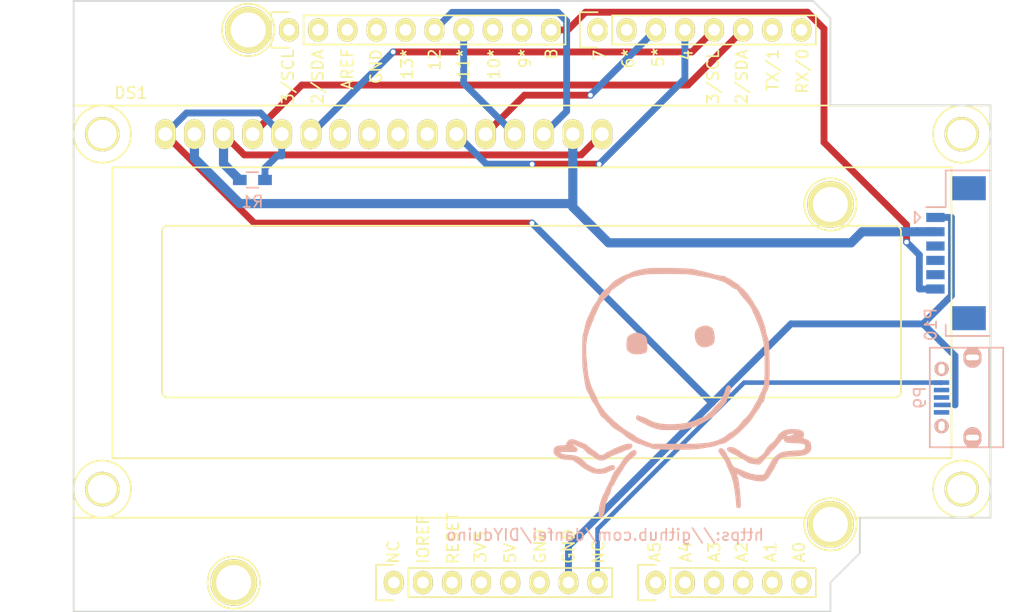
<source format=kicad_pcb>
(kicad_pcb (version 20171130) (host pcbnew "(5.1.12)-1")

  (general
    (thickness 1.6)
    (drawings 57)
    (tracks 82)
    (zones 0)
    (modules 13)
    (nets 49)
  )

  (page A4)
  (title_block
    (date "lun. 30 mars 2015")
  )

  (layers
    (0 F.Cu signal)
    (31 B.Cu signal)
    (32 B.Adhes user)
    (33 F.Adhes user)
    (34 B.Paste user)
    (35 F.Paste user)
    (36 B.SilkS user hide)
    (37 F.SilkS user)
    (38 B.Mask user)
    (39 F.Mask user)
    (40 Dwgs.User user)
    (41 Cmts.User user)
    (42 Eco1.User user)
    (43 Eco2.User user)
    (44 Edge.Cuts user)
    (45 Margin user)
    (46 B.CrtYd user)
    (47 F.CrtYd user)
    (48 B.Fab user)
    (49 F.Fab user)
  )

  (setup
    (last_trace_width 0.6)
    (trace_clearance 0.2)
    (zone_clearance 0.508)
    (zone_45_only no)
    (trace_min 0.2)
    (via_size 0.6)
    (via_drill 0.4)
    (via_min_size 0.4)
    (via_min_drill 0.3)
    (uvia_size 0.3)
    (uvia_drill 0.1)
    (uvias_allowed no)
    (uvia_min_size 0.2)
    (uvia_min_drill 0.1)
    (edge_width 0.15)
    (segment_width 0.15)
    (pcb_text_width 0.15)
    (pcb_text_size 1 1)
    (mod_edge_width 0.15)
    (mod_text_size 1 1)
    (mod_text_width 0.15)
    (pad_size 4.064 4.064)
    (pad_drill 3.048)
    (pad_to_mask_clearance 0)
    (aux_axis_origin 0 0)
    (visible_elements 7FFFFFFF)
    (pcbplotparams
      (layerselection 0x010f0_80000001)
      (usegerberextensions false)
      (usegerberattributes true)
      (usegerberadvancedattributes true)
      (creategerberjobfile true)
      (excludeedgelayer true)
      (linewidth 0.100000)
      (plotframeref false)
      (viasonmask false)
      (mode 1)
      (useauxorigin false)
      (hpglpennumber 1)
      (hpglpenspeed 20)
      (hpglpendiameter 15.000000)
      (psnegative false)
      (psa4output false)
      (plotreference true)
      (plotvalue true)
      (plotinvisibletext false)
      (padsonsilk false)
      (subtractmaskfromsilk false)
      (outputformat 1)
      (mirror false)
      (drillshape 0)
      (scaleselection 1)
      (outputdirectory "gerber"))
  )

  (net 0 "")
  (net 1 GND)
  (net 2 "Net-(P5-Pad1)")
  (net 3 "Net-(P6-Pad1)")
  (net 4 "Net-(P7-Pad1)")
  (net 5 "Net-(P8-Pad1)")
  (net 6 "Net-(P1-Pad1)")
  (net 7 /IO12)
  (net 8 /IO11)
  (net 9 /IO8)
  (net 10 +5V)
  (net 11 "Net-(DS1-Pad16)")
  (net 12 /IO2)
  (net 13 /IO3)
  (net 14 "Net-(DS1-Pad7)")
  (net 15 "Net-(DS1-Pad8)")
  (net 16 "Net-(DS1-Pad9)")
  (net 17 "Net-(DS1-Pad10)")
  (net 18 /IO4)
  (net 19 /IO5)
  (net 20 "Net-(P1-Pad2)")
  (net 21 "Net-(P1-Pad3)")
  (net 22 "Net-(P1-Pad4)")
  (net 23 "Net-(P1-Pad5)")
  (net 24 "Net-(P1-Pad6)")
  (net 25 /VIN)
  (net 26 "Net-(P2-Pad1)")
  (net 27 "Net-(P2-Pad2)")
  (net 28 "Net-(P2-Pad3)")
  (net 29 "Net-(P2-Pad4)")
  (net 30 "Net-(P2-Pad5)")
  (net 31 "Net-(P2-Pad6)")
  (net 32 "Net-(P3-Pad1)")
  (net 33 "Net-(P3-Pad2)")
  (net 34 "Net-(P3-Pad3)")
  (net 35 "Net-(P3-Pad4)")
  (net 36 "Net-(P3-Pad5)")
  (net 37 "Net-(P3-Pad8)")
  (net 38 "Net-(P3-Pad9)")
  (net 39 "Net-(P4-Pad1)")
  (net 40 "Net-(P4-Pad2)")
  (net 41 "Net-(P4-Pad7)")
  (net 42 "Net-(P4-Pad8)")
  (net 43 "Net-(P9-Pad2)")
  (net 44 "Net-(P9-Pad3)")
  (net 45 "Net-(P9-Pad5)")
  (net 46 "Net-(P10-Pad3)")
  (net 47 "Net-(P10-Pad4)")
  (net 48 "Net-(P10-Pad5)")

  (net_class Default "This is the default net class."
    (clearance 0.2)
    (trace_width 0.6)
    (via_dia 0.6)
    (via_drill 0.4)
    (uvia_dia 0.3)
    (uvia_drill 0.1)
    (add_net +5V)
    (add_net /IO11)
    (add_net /IO12)
    (add_net /IO2)
    (add_net /IO3)
    (add_net /IO4)
    (add_net /IO5)
    (add_net /IO8)
    (add_net /VIN)
    (add_net GND)
    (add_net "Net-(DS1-Pad10)")
    (add_net "Net-(DS1-Pad16)")
    (add_net "Net-(DS1-Pad7)")
    (add_net "Net-(DS1-Pad8)")
    (add_net "Net-(DS1-Pad9)")
    (add_net "Net-(P1-Pad1)")
    (add_net "Net-(P1-Pad2)")
    (add_net "Net-(P1-Pad3)")
    (add_net "Net-(P1-Pad4)")
    (add_net "Net-(P1-Pad5)")
    (add_net "Net-(P1-Pad6)")
    (add_net "Net-(P10-Pad3)")
    (add_net "Net-(P10-Pad4)")
    (add_net "Net-(P10-Pad5)")
    (add_net "Net-(P2-Pad1)")
    (add_net "Net-(P2-Pad2)")
    (add_net "Net-(P2-Pad3)")
    (add_net "Net-(P2-Pad4)")
    (add_net "Net-(P2-Pad5)")
    (add_net "Net-(P2-Pad6)")
    (add_net "Net-(P3-Pad1)")
    (add_net "Net-(P3-Pad2)")
    (add_net "Net-(P3-Pad3)")
    (add_net "Net-(P3-Pad4)")
    (add_net "Net-(P3-Pad5)")
    (add_net "Net-(P3-Pad8)")
    (add_net "Net-(P3-Pad9)")
    (add_net "Net-(P4-Pad1)")
    (add_net "Net-(P4-Pad2)")
    (add_net "Net-(P4-Pad7)")
    (add_net "Net-(P4-Pad8)")
    (add_net "Net-(P5-Pad1)")
    (add_net "Net-(P6-Pad1)")
    (add_net "Net-(P7-Pad1)")
    (add_net "Net-(P8-Pad1)")
    (add_net "Net-(P9-Pad2)")
    (add_net "Net-(P9-Pad3)")
    (add_net "Net-(P9-Pad5)")
  )

  (module Socket_Arduino_Uno:Socket_Strip_Arduino_1x10 locked (layer F.Cu) (tedit 58382508) (tstamp 551AFA18)
    (at 129.794 75.565)
    (descr "Through hole socket strip")
    (tags "socket strip")
    (path /5517C46C)
    (fp_text reference P3 (at 11.43 2.794) (layer F.SilkS) hide
      (effects (font (size 1 1) (thickness 0.15)))
    )
    (fp_text value Digital (at 11.43 4.318) (layer F.Fab)
      (effects (font (size 1 1) (thickness 0.15)))
    )
    (fp_line (start -1.55 -1.55) (end -1.55 1.55) (layer F.SilkS) (width 0.15))
    (fp_line (start 0 -1.55) (end -1.55 -1.55) (layer F.SilkS) (width 0.15))
    (fp_line (start 1.27 1.27) (end 1.27 -1.27) (layer F.SilkS) (width 0.15))
    (fp_line (start -1.55 1.55) (end 0 1.55) (layer F.SilkS) (width 0.15))
    (fp_line (start 24.13 -1.27) (end 1.27 -1.27) (layer F.SilkS) (width 0.15))
    (fp_line (start 24.13 1.27) (end 24.13 -1.27) (layer F.SilkS) (width 0.15))
    (fp_line (start 1.27 1.27) (end 24.13 1.27) (layer F.SilkS) (width 0.15))
    (fp_line (start -1.75 1.75) (end 24.65 1.75) (layer F.CrtYd) (width 0.05))
    (fp_line (start -1.75 -1.75) (end 24.65 -1.75) (layer F.CrtYd) (width 0.05))
    (fp_line (start 24.65 -1.75) (end 24.65 1.75) (layer F.CrtYd) (width 0.05))
    (fp_line (start -1.75 -1.75) (end -1.75 1.75) (layer F.CrtYd) (width 0.05))
    (pad 1 thru_hole oval (at 0 0) (size 1.7272 2.032) (drill 1.016) (layers *.Cu *.Mask F.SilkS)
      (net 32 "Net-(P3-Pad1)"))
    (pad 2 thru_hole oval (at 2.54 0) (size 1.7272 2.032) (drill 1.016) (layers *.Cu *.Mask F.SilkS)
      (net 33 "Net-(P3-Pad2)"))
    (pad 3 thru_hole oval (at 5.08 0) (size 1.7272 2.032) (drill 1.016) (layers *.Cu *.Mask F.SilkS)
      (net 34 "Net-(P3-Pad3)"))
    (pad 4 thru_hole oval (at 7.62 0) (size 1.7272 2.032) (drill 1.016) (layers *.Cu *.Mask F.SilkS)
      (net 35 "Net-(P3-Pad4)"))
    (pad 5 thru_hole oval (at 10.16 0) (size 1.7272 2.032) (drill 1.016) (layers *.Cu *.Mask F.SilkS)
      (net 36 "Net-(P3-Pad5)"))
    (pad 6 thru_hole oval (at 12.7 0) (size 1.7272 2.032) (drill 1.016) (layers *.Cu *.Mask F.SilkS)
      (net 7 /IO12))
    (pad 7 thru_hole oval (at 15.24 0) (size 1.7272 2.032) (drill 1.016) (layers *.Cu *.Mask F.SilkS)
      (net 8 /IO11))
    (pad 8 thru_hole oval (at 17.78 0) (size 1.7272 2.032) (drill 1.016) (layers *.Cu *.Mask F.SilkS)
      (net 37 "Net-(P3-Pad8)"))
    (pad 9 thru_hole oval (at 20.32 0) (size 1.7272 2.032) (drill 1.016) (layers *.Cu *.Mask F.SilkS)
      (net 38 "Net-(P3-Pad9)"))
    (pad 10 thru_hole oval (at 22.86 0) (size 1.7272 2.032) (drill 1.016) (layers *.Cu *.Mask F.SilkS)
      (net 9 /IO8))
    (model ${KIPRJMOD}/Socket_Arduino_Uno.3dshapes/Socket_header_Arduino_1x10.wrl
      (offset (xyz 11.42999982833862 0 0))
      (scale (xyz 1 1 1))
      (rotate (xyz 0 0 180))
    )
  )

  (module Socket_Arduino_Uno:Socket_Strip_Arduino_1x08 locked (layer F.Cu) (tedit 58382527) (tstamp 551AFA2F)
    (at 156.718 75.565)
    (descr "Through hole socket strip")
    (tags "socket strip")
    (path /5517C366)
    (fp_text reference P4 (at 8.89 2.794) (layer F.SilkS) hide
      (effects (font (size 1 1) (thickness 0.15)))
    )
    (fp_text value Digital (at 8.89 4.318) (layer F.Fab)
      (effects (font (size 1 1) (thickness 0.15)))
    )
    (fp_line (start -1.55 -1.55) (end -1.55 1.55) (layer F.SilkS) (width 0.15))
    (fp_line (start 0 -1.55) (end -1.55 -1.55) (layer F.SilkS) (width 0.15))
    (fp_line (start 1.27 1.27) (end 1.27 -1.27) (layer F.SilkS) (width 0.15))
    (fp_line (start -1.55 1.55) (end 0 1.55) (layer F.SilkS) (width 0.15))
    (fp_line (start 19.05 -1.27) (end 1.27 -1.27) (layer F.SilkS) (width 0.15))
    (fp_line (start 19.05 1.27) (end 19.05 -1.27) (layer F.SilkS) (width 0.15))
    (fp_line (start 1.27 1.27) (end 19.05 1.27) (layer F.SilkS) (width 0.15))
    (fp_line (start -1.75 1.75) (end 19.55 1.75) (layer F.CrtYd) (width 0.05))
    (fp_line (start -1.75 -1.75) (end 19.55 -1.75) (layer F.CrtYd) (width 0.05))
    (fp_line (start 19.55 -1.75) (end 19.55 1.75) (layer F.CrtYd) (width 0.05))
    (fp_line (start -1.75 -1.75) (end -1.75 1.75) (layer F.CrtYd) (width 0.05))
    (pad 1 thru_hole oval (at 0 0) (size 1.7272 2.032) (drill 1.016) (layers *.Cu *.Mask F.SilkS)
      (net 39 "Net-(P4-Pad1)"))
    (pad 2 thru_hole oval (at 2.54 0) (size 1.7272 2.032) (drill 1.016) (layers *.Cu *.Mask F.SilkS)
      (net 40 "Net-(P4-Pad2)"))
    (pad 3 thru_hole oval (at 5.08 0) (size 1.7272 2.032) (drill 1.016) (layers *.Cu *.Mask F.SilkS)
      (net 19 /IO5))
    (pad 4 thru_hole oval (at 7.62 0) (size 1.7272 2.032) (drill 1.016) (layers *.Cu *.Mask F.SilkS)
      (net 18 /IO4))
    (pad 5 thru_hole oval (at 10.16 0) (size 1.7272 2.032) (drill 1.016) (layers *.Cu *.Mask F.SilkS)
      (net 13 /IO3))
    (pad 6 thru_hole oval (at 12.7 0) (size 1.7272 2.032) (drill 1.016) (layers *.Cu *.Mask F.SilkS)
      (net 12 /IO2))
    (pad 7 thru_hole oval (at 15.24 0) (size 1.7272 2.032) (drill 1.016) (layers *.Cu *.Mask F.SilkS)
      (net 41 "Net-(P4-Pad7)"))
    (pad 8 thru_hole oval (at 17.78 0) (size 1.7272 2.032) (drill 1.016) (layers *.Cu *.Mask F.SilkS)
      (net 42 "Net-(P4-Pad8)"))
    (model ${KIPRJMOD}/Socket_Arduino_Uno.3dshapes/Socket_header_Arduino_1x08.wrl
      (offset (xyz 8.889999866485596 0 0))
      (scale (xyz 1 1 1))
      (rotate (xyz 0 0 180))
    )
  )

  (module Socket_Arduino_Uno:Arduino_1pin locked (layer F.Cu) (tedit 5524FC2F) (tstamp 5524FC49)
    (at 126.238 75.565)
    (descr "module 1 pin (ou trou mecanique de percage)")
    (tags DEV)
    (path /551BBD30)
    (fp_text reference P7 (at 0 -3.048) (layer F.SilkS) hide
      (effects (font (size 1 1) (thickness 0.15)))
    )
    (fp_text value CONN_1 (at 0 2.794) (layer F.Fab) hide
      (effects (font (size 1 1) (thickness 0.15)))
    )
    (fp_circle (center 0 0) (end 0 -2.286) (layer F.SilkS) (width 0.15))
    (pad 1 thru_hole circle (at 0 0) (size 4.064 4.064) (drill 3.048) (layers *.Cu *.Mask F.SilkS)
      (net 4 "Net-(P7-Pad1)"))
  )

  (module Socket_Arduino_Uno:Arduino_1pin locked (layer F.Cu) (tedit 5524FC41) (tstamp 5524FC4E)
    (at 177.038 90.805)
    (descr "module 1 pin (ou trou mecanique de percage)")
    (tags DEV)
    (path /551BBD52)
    (fp_text reference P8 (at 0 -3.048) (layer F.SilkS) hide
      (effects (font (size 1 1) (thickness 0.15)))
    )
    (fp_text value CONN_1 (at 0 2.794) (layer F.Fab) hide
      (effects (font (size 1 1) (thickness 0.15)))
    )
    (fp_circle (center 0 0) (end 0 -2.286) (layer F.SilkS) (width 0.15))
    (pad 1 thru_hole circle (at 0 0) (size 4.064 4.064) (drill 3.048) (layers *.Cu *.Mask F.SilkS)
      (net 5 "Net-(P8-Pad1)"))
  )

  (module Socket_Arduino_Uno:Socket_Strip_Arduino_1x08 locked (layer F.Cu) (tedit 5838245B) (tstamp 551AF9EA)
    (at 138.938 123.825)
    (descr "Through hole socket strip")
    (tags "socket strip")
    (path /5517C2C1)
    (fp_text reference P1 (at 8.89 -2.54) (layer F.SilkS) hide
      (effects (font (size 1 1) (thickness 0.15)))
    )
    (fp_text value Power (at 8.89 -4.064) (layer F.Fab)
      (effects (font (size 1 1) (thickness 0.15)))
    )
    (fp_line (start -1.55 -1.55) (end -1.55 1.55) (layer F.SilkS) (width 0.15))
    (fp_line (start 0 -1.55) (end -1.55 -1.55) (layer F.SilkS) (width 0.15))
    (fp_line (start 1.27 1.27) (end 1.27 -1.27) (layer F.SilkS) (width 0.15))
    (fp_line (start -1.55 1.55) (end 0 1.55) (layer F.SilkS) (width 0.15))
    (fp_line (start 19.05 -1.27) (end 1.27 -1.27) (layer F.SilkS) (width 0.15))
    (fp_line (start 19.05 1.27) (end 19.05 -1.27) (layer F.SilkS) (width 0.15))
    (fp_line (start 1.27 1.27) (end 19.05 1.27) (layer F.SilkS) (width 0.15))
    (fp_line (start -1.75 1.75) (end 19.55 1.75) (layer F.CrtYd) (width 0.05))
    (fp_line (start -1.75 -1.75) (end 19.55 -1.75) (layer F.CrtYd) (width 0.05))
    (fp_line (start 19.55 -1.75) (end 19.55 1.75) (layer F.CrtYd) (width 0.05))
    (fp_line (start -1.75 -1.75) (end -1.75 1.75) (layer F.CrtYd) (width 0.05))
    (pad 1 thru_hole oval (at 0 0) (size 1.7272 2.032) (drill 1.016) (layers *.Cu *.Mask F.SilkS)
      (net 6 "Net-(P1-Pad1)"))
    (pad 2 thru_hole oval (at 2.54 0) (size 1.7272 2.032) (drill 1.016) (layers *.Cu *.Mask F.SilkS)
      (net 20 "Net-(P1-Pad2)"))
    (pad 3 thru_hole oval (at 5.08 0) (size 1.7272 2.032) (drill 1.016) (layers *.Cu *.Mask F.SilkS)
      (net 21 "Net-(P1-Pad3)"))
    (pad 4 thru_hole oval (at 7.62 0) (size 1.7272 2.032) (drill 1.016) (layers *.Cu *.Mask F.SilkS)
      (net 22 "Net-(P1-Pad4)"))
    (pad 5 thru_hole oval (at 10.16 0) (size 1.7272 2.032) (drill 1.016) (layers *.Cu *.Mask F.SilkS)
      (net 23 "Net-(P1-Pad5)"))
    (pad 6 thru_hole oval (at 12.7 0) (size 1.7272 2.032) (drill 1.016) (layers *.Cu *.Mask F.SilkS)
      (net 24 "Net-(P1-Pad6)"))
    (pad 7 thru_hole oval (at 15.24 0) (size 1.7272 2.032) (drill 1.016) (layers *.Cu *.Mask F.SilkS)
      (net 1 GND))
    (pad 8 thru_hole oval (at 17.78 0) (size 1.7272 2.032) (drill 1.016) (layers *.Cu *.Mask F.SilkS)
      (net 25 /VIN))
    (model ${KIPRJMOD}/Socket_Arduino_Uno.3dshapes/Socket_header_Arduino_1x08.wrl
      (offset (xyz 8.889999866485596 0 0))
      (scale (xyz 1 1 1))
      (rotate (xyz 0 0 180))
    )
  )

  (module Socket_Arduino_Uno:Socket_Strip_Arduino_1x06 locked (layer F.Cu) (tedit 58382463) (tstamp 551AF9FF)
    (at 161.798 123.825)
    (descr "Through hole socket strip")
    (tags "socket strip")
    (path /5517C323)
    (fp_text reference P2 (at 6.604 -2.54) (layer F.SilkS) hide
      (effects (font (size 1 1) (thickness 0.15)))
    )
    (fp_text value Analog (at 6.604 -4.064) (layer F.Fab)
      (effects (font (size 1 1) (thickness 0.15)))
    )
    (fp_line (start -1.55 -1.55) (end -1.55 1.55) (layer F.SilkS) (width 0.15))
    (fp_line (start 0 -1.55) (end -1.55 -1.55) (layer F.SilkS) (width 0.15))
    (fp_line (start 1.27 1.27) (end 1.27 -1.27) (layer F.SilkS) (width 0.15))
    (fp_line (start -1.55 1.55) (end 0 1.55) (layer F.SilkS) (width 0.15))
    (fp_line (start 13.97 -1.27) (end 1.27 -1.27) (layer F.SilkS) (width 0.15))
    (fp_line (start 13.97 1.27) (end 13.97 -1.27) (layer F.SilkS) (width 0.15))
    (fp_line (start 1.27 1.27) (end 13.97 1.27) (layer F.SilkS) (width 0.15))
    (fp_line (start -1.75 1.75) (end 14.45 1.75) (layer F.CrtYd) (width 0.05))
    (fp_line (start -1.75 -1.75) (end 14.45 -1.75) (layer F.CrtYd) (width 0.05))
    (fp_line (start 14.45 -1.75) (end 14.45 1.75) (layer F.CrtYd) (width 0.05))
    (fp_line (start -1.75 -1.75) (end -1.75 1.75) (layer F.CrtYd) (width 0.05))
    (pad 1 thru_hole oval (at 0 0) (size 1.7272 2.032) (drill 1.016) (layers *.Cu *.Mask F.SilkS)
      (net 26 "Net-(P2-Pad1)"))
    (pad 2 thru_hole oval (at 2.54 0) (size 1.7272 2.032) (drill 1.016) (layers *.Cu *.Mask F.SilkS)
      (net 27 "Net-(P2-Pad2)"))
    (pad 3 thru_hole oval (at 5.08 0) (size 1.7272 2.032) (drill 1.016) (layers *.Cu *.Mask F.SilkS)
      (net 28 "Net-(P2-Pad3)"))
    (pad 4 thru_hole oval (at 7.62 0) (size 1.7272 2.032) (drill 1.016) (layers *.Cu *.Mask F.SilkS)
      (net 29 "Net-(P2-Pad4)"))
    (pad 5 thru_hole oval (at 10.16 0) (size 1.7272 2.032) (drill 1.016) (layers *.Cu *.Mask F.SilkS)
      (net 30 "Net-(P2-Pad5)"))
    (pad 6 thru_hole oval (at 12.7 0) (size 1.7272 2.032) (drill 1.016) (layers *.Cu *.Mask F.SilkS)
      (net 31 "Net-(P2-Pad6)"))
    (model ${KIPRJMOD}/Socket_Arduino_Uno.3dshapes/Socket_header_Arduino_1x06.wrl
      (offset (xyz 6.349999904632568 0 0))
      (scale (xyz 1 1 1))
      (rotate (xyz 0 0 180))
    )
  )

  (module Socket_Arduino_Uno:Arduino_1pin locked (layer F.Cu) (tedit 5524FC39) (tstamp 5524FC3F)
    (at 124.968 123.825)
    (descr "module 1 pin (ou trou mecanique de percage)")
    (tags DEV)
    (path /551BBC06)
    (fp_text reference P5 (at 0 -3.048) (layer F.SilkS) hide
      (effects (font (size 1 1) (thickness 0.15)))
    )
    (fp_text value CONN_1 (at 0 2.794) (layer F.Fab) hide
      (effects (font (size 1 1) (thickness 0.15)))
    )
    (fp_circle (center 0 0) (end 0 -2.286) (layer F.SilkS) (width 0.15))
    (pad 1 thru_hole circle (at 0 0) (size 4.064 4.064) (drill 3.048) (layers *.Cu *.Mask F.SilkS)
      (net 2 "Net-(P5-Pad1)"))
  )

  (module Socket_Arduino_Uno:Arduino_1pin locked (layer F.Cu) (tedit 5524FC4A) (tstamp 5524FC44)
    (at 177.038 118.745)
    (descr "module 1 pin (ou trou mecanique de percage)")
    (tags DEV)
    (path /551BBD10)
    (fp_text reference P6 (at 0 -3.048) (layer F.SilkS) hide
      (effects (font (size 1 1) (thickness 0.15)))
    )
    (fp_text value CONN_1 (at 0 2.794) (layer F.Fab) hide
      (effects (font (size 1 1) (thickness 0.15)))
    )
    (fp_circle (center 0 0) (end 0 -2.286) (layer F.SilkS) (width 0.15))
    (pad 1 thru_hole circle (at 0 0) (size 4.064 4.064) (drill 3.048) (layers *.Cu *.Mask F.SilkS)
      (net 3 "Net-(P6-Pad1)"))
  )

  (module USBcablecracker:donotcare (layer B.Cu) (tedit 0) (tstamp 585FB26A)
    (at 164.1856 107.3658 180)
    (fp_text reference G*** (at 0 0 180) (layer B.SilkS) hide
      (effects (font (size 1.524 1.524) (thickness 0.3)) (justify mirror))
    )
    (fp_text value LOGO (at 0.75 0 180) (layer B.SilkS) hide
      (effects (font (size 1.524 1.524) (thickness 0.3)) (justify mirror))
    )
    (fp_poly (pts (xy -1.832433 5.971329) (xy -1.618036 5.911769) (xy -1.552982 5.890196) (xy -1.30092 5.77676)
      (xy -1.135702 5.627329) (xy -1.044889 5.424475) (xy -1.016042 5.150767) (xy -1.016 5.137834)
      (xy -1.050627 4.807307) (xy -1.149432 4.523912) (xy -1.304806 4.303298) (xy -1.485874 4.171761)
      (xy -1.648037 4.102551) (xy -1.784863 4.076154) (xy -1.947804 4.085614) (xy -2.032 4.097908)
      (xy -2.153517 4.130663) (xy -2.316664 4.190797) (xy -2.396749 4.225011) (xy -2.547942 4.304539)
      (xy -2.636578 4.393806) (xy -2.697632 4.531015) (xy -2.709213 4.566321) (xy -2.745931 4.706561)
      (xy -2.75883 4.844539) (xy -2.748603 5.015764) (xy -2.72192 5.216162) (xy -2.681167 5.45522)
      (xy -2.63418 5.617843) (xy -2.566054 5.728823) (xy -2.461884 5.812955) (xy -2.316651 5.890259)
      (xy -2.147594 5.960572) (xy -1.99757 5.987596) (xy -1.832433 5.971329)) (layer B.SilkS) (width 0.01))
    (fp_poly (pts (xy 4.196189 5.350455) (xy 4.408152 5.284187) (xy 4.449606 5.267235) (xy 4.652532 5.167474)
      (xy 4.791633 5.0543) (xy 4.87871 4.906613) (xy 4.925564 4.703311) (xy 4.943996 4.423296)
      (xy 4.944893 4.381643) (xy 4.945959 4.15898) (xy 4.935807 4.009338) (xy 4.909107 3.904306)
      (xy 4.860527 3.815475) (xy 4.830924 3.774305) (xy 4.637728 3.600298) (xy 4.373625 3.495688)
      (xy 4.042623 3.461238) (xy 3.648727 3.497711) (xy 3.51418 3.523601) (xy 3.310762 3.586826)
      (xy 3.194829 3.668758) (xy 3.185301 3.683) (xy 3.15907 3.778163) (xy 3.138725 3.946905)
      (xy 3.127128 4.161254) (xy 3.125521 4.2672) (xy 3.135001 4.580468) (xy 3.170844 4.81229)
      (xy 3.241198 4.981174) (xy 3.354213 5.10563) (xy 3.518035 5.204165) (xy 3.543175 5.215893)
      (xy 3.797604 5.318228) (xy 4.003974 5.362442) (xy 4.196189 5.350455)) (layer B.SilkS) (width 0.01))
    (fp_poly (pts (xy -3.8604 0.717432) (xy -3.775942 0.602833) (xy -3.699887 0.446866) (xy -3.648503 0.27819)
      (xy -3.642203 0.242733) (xy -3.595539 0.088249) (xy -3.509338 -0.090113) (xy -3.457827 -0.172819)
      (xy -3.369971 -0.313701) (xy -3.31346 -0.42964) (xy -3.302 -0.474537) (xy -3.265749 -0.553612)
      (xy -3.175971 -0.654679) (xy -3.1496 -0.678004) (xy -3.051891 -0.772079) (xy -2.999834 -0.845307)
      (xy -2.9972 -0.856897) (xy -2.955305 -0.911541) (xy -2.898398 -0.938912) (xy -2.818367 -0.997739)
      (xy -2.716644 -1.11613) (xy -2.646392 -1.219257) (xy -2.534771 -1.375708) (xy -2.415198 -1.506106)
      (xy -2.351495 -1.557051) (xy -2.223742 -1.645452) (xy -2.127131 -1.724628) (xy -1.937471 -1.889027)
      (xy -1.782034 -1.984379) (xy -1.719931 -2.00808) (xy -1.580511 -2.058681) (xy -1.378831 -2.141144)
      (xy -1.144159 -2.243229) (xy -0.9906 -2.313012) (xy -0.671389 -2.428002) (xy -0.276516 -2.519035)
      (xy 0.170675 -2.58498) (xy 0.646845 -2.624707) (xy 1.128651 -2.637086) (xy 1.592752 -2.620986)
      (xy 2.015806 -2.575276) (xy 2.374471 -2.498826) (xy 2.4384 -2.479098) (xy 2.65284 -2.399362)
      (xy 2.856488 -2.308311) (xy 3.007047 -2.224949) (xy 3.013009 -2.220923) (xy 3.176646 -2.130265)
      (xy 3.381014 -2.045118) (xy 3.495609 -2.008309) (xy 3.670552 -1.955306) (xy 3.816365 -1.903039)
      (xy 3.879935 -1.874158) (xy 3.98991 -1.853074) (xy 4.069232 -1.912979) (xy 4.101136 -2.034216)
      (xy 4.09182 -2.122579) (xy 4.054086 -2.21941) (xy 3.97456 -2.297909) (xy 3.829268 -2.379236)
      (xy 3.76905 -2.40745) (xy 3.566565 -2.504779) (xy 3.332417 -2.624168) (xy 3.1519 -2.720891)
      (xy 2.937268 -2.825127) (xy 2.676461 -2.931383) (xy 2.422194 -3.018367) (xy 2.396917 -3.025836)
      (xy 2.232707 -3.07089) (xy 2.08453 -3.103338) (xy 1.930927 -3.125057) (xy 1.750436 -3.137922)
      (xy 1.521598 -3.143808) (xy 1.222953 -3.144592) (xy 1.048417 -3.143707) (xy 0.74624 -3.140616)
      (xy 0.474126 -3.13566) (xy 0.250477 -3.129347) (xy 0.093696 -3.122184) (xy 0.0254 -3.115523)
      (xy -0.382769 -3.022511) (xy -0.712513 -2.938128) (xy -0.985753 -2.855078) (xy -1.224409 -2.766069)
      (xy -1.450403 -2.663804) (xy -1.661576 -2.554137) (xy -1.877967 -2.433198) (xy -2.068951 -2.320502)
      (xy -2.211993 -2.229712) (xy -2.279547 -2.179509) (xy -2.404863 -2.094805) (xy -2.501231 -2.056216)
      (xy -2.615252 -1.991153) (xy -2.704174 -1.889061) (xy -2.771397 -1.798876) (xy -2.892851 -1.657323)
      (xy -3.050649 -1.484601) (xy -3.208514 -1.319645) (xy -3.460745 -1.054976) (xy -3.640795 -0.849357)
      (xy -3.753942 -0.696089) (xy -3.805464 -0.588474) (xy -3.81 -0.556245) (xy -3.831242 -0.486227)
      (xy -3.887535 -0.351915) (xy -3.967733 -0.179505) (xy -3.9878 -0.138407) (xy -4.110199 0.153484)
      (xy -4.168817 0.397056) (xy -4.16409 0.584599) (xy -4.096453 0.708404) (xy -3.96634 0.760759)
      (xy -3.936989 0.762) (xy -3.8604 0.717432)) (layer B.SilkS) (width 0.01))
    (fp_poly (pts (xy 2.138986 11.016685) (xy 2.496218 11.011692) (xy 2.799419 11.002253) (xy 3.033028 10.988094)
      (xy 3.129354 10.97777) (xy 3.620095 10.897369) (xy 4.042315 10.800999) (xy 4.385985 10.691484)
      (xy 4.641072 10.571648) (xy 4.694436 10.537204) (xy 4.799573 10.480668) (xy 4.862567 10.4648)
      (xy 4.960143 10.440009) (xy 5.121237 10.373331) (xy 5.322954 10.276316) (xy 5.542399 10.16051)
      (xy 5.756675 10.037461) (xy 5.936042 9.923391) (xy 6.119304 9.784325) (xy 6.28904 9.631178)
      (xy 6.407983 9.497746) (xy 6.512275 9.370587) (xy 6.608269 9.280771) (xy 6.64414 9.259436)
      (xy 6.717196 9.211979) (xy 6.827906 9.119282) (xy 6.951923 9.004557) (xy 7.064898 8.891019)
      (xy 7.142483 8.80188) (xy 7.1628 8.76496) (xy 7.190164 8.711088) (xy 7.260143 8.604259)
      (xy 7.3152 8.526339) (xy 7.403025 8.39315) (xy 7.4581 8.286637) (xy 7.4676 8.251007)
      (xy 7.499908 8.160545) (xy 7.531354 8.118929) (xy 7.637217 7.98662) (xy 7.761239 7.801935)
      (xy 7.882307 7.599754) (xy 7.979307 7.414957) (xy 8.025568 7.3025) (xy 8.074793 7.181497)
      (xy 8.123715 7.115884) (xy 8.134937 7.112) (xy 8.161501 7.080599) (xy 8.153185 7.060854)
      (xy 8.158821 6.989475) (xy 8.213832 6.880857) (xy 8.226387 6.862512) (xy 8.296262 6.755341)
      (xy 8.330501 6.685087) (xy 8.331199 6.680036) (xy 8.350986 6.614239) (xy 8.399345 6.50016)
      (xy 8.406558 6.484678) (xy 8.450637 6.364277) (xy 8.505415 6.17623) (xy 8.561901 5.952567)
      (xy 8.586973 5.842) (xy 8.639872 5.605926) (xy 8.692388 5.383217) (xy 8.736128 5.209046)
      (xy 8.750619 5.1562) (xy 8.770112 5.033948) (xy 8.785666 4.827818) (xy 8.797276 4.555455)
      (xy 8.804936 4.234505) (xy 8.808641 3.882615) (xy 8.808387 3.517429) (xy 8.804168 3.156593)
      (xy 8.795979 2.817753) (xy 8.783815 2.518555) (xy 8.767671 2.276644) (xy 8.75149 2.1336)
      (xy 8.718455 1.914246) (xy 8.677486 1.637827) (xy 8.635009 1.347861) (xy 8.612757 1.194375)
      (xy 8.553746 0.827426) (xy 8.494636 0.550235) (xy 8.432335 0.351003) (xy 8.363749 0.217931)
      (xy 8.352924 0.2032) (xy 8.296342 0.113714) (xy 8.220855 -0.0253) (xy 8.141608 -0.183139)
      (xy 8.07374 -0.329105) (xy 8.032395 -0.432495) (xy 8.0264 -0.458827) (xy 7.999269 -0.521681)
      (xy 7.92928 -0.637576) (xy 7.8613 -0.738527) (xy 7.759513 -0.886631) (xy 7.67612 -1.012933)
      (xy 7.643416 -1.065856) (xy 7.571035 -1.178081) (xy 7.534982 -1.226482) (xy 7.485034 -1.323811)
      (xy 7.444961 -1.456256) (xy 7.399206 -1.576843) (xy 7.336246 -1.645593) (xy 7.334275 -1.646397)
      (xy 7.282808 -1.694854) (xy 7.286919 -1.722539) (xy 7.275795 -1.788643) (xy 7.211132 -1.890013)
      (xy 7.117515 -1.99696) (xy 7.019529 -2.079793) (xy 6.970068 -2.105189) (xy 6.884569 -2.16451)
      (xy 6.791159 -2.27231) (xy 6.7818 -2.286) (xy 6.689258 -2.397181) (xy 6.598798 -2.46466)
      (xy 6.590669 -2.467719) (xy 6.506088 -2.526369) (xy 6.407386 -2.636314) (xy 6.383205 -2.670001)
      (xy 6.204104 -2.872481) (xy 5.94713 -3.061245) (xy 5.6642 -3.215123) (xy 5.478061 -3.323787)
      (xy 5.298254 -3.456919) (xy 5.2324 -3.516611) (xy 5.053221 -3.675185) (xy 4.830182 -3.842126)
      (xy 4.584125 -4.005039) (xy 4.335895 -4.151529) (xy 4.106336 -4.269202) (xy 3.91629 -4.345662)
      (xy 3.798988 -4.369012) (xy 3.688761 -4.391668) (xy 3.533022 -4.449433) (xy 3.43309 -4.496012)
      (xy 3.272126 -4.567806) (xy 3.131725 -4.613761) (xy 3.073257 -4.6228) (xy 2.969473 -4.637346)
      (xy 2.928518 -4.657615) (xy 2.862362 -4.697431) (xy 2.741269 -4.753079) (xy 2.704151 -4.768332)
      (xy 2.590481 -4.792812) (xy 2.389966 -4.81385) (xy 2.117303 -4.831341) (xy 1.787193 -4.845185)
      (xy 1.414335 -4.855276) (xy 1.013427 -4.861513) (xy 0.599168 -4.863793) (xy 0.186259 -4.862012)
      (xy -0.210602 -4.856068) (xy -0.576716 -4.845858) (xy -0.897384 -4.831278) (xy -1.157907 -4.812226)
      (xy -1.2954 -4.796348) (xy -1.74099 -4.731167) (xy -2.096832 -4.676655) (xy -2.373981 -4.630769)
      (xy -2.58349 -4.591465) (xy -2.736414 -4.556701) (xy -2.843806 -4.524432) (xy -2.904674 -4.498887)
      (xy -3.039599 -4.446987) (xy -3.226245 -4.393568) (xy -3.362391 -4.36286) (xy -3.552389 -4.311786)
      (xy -3.720712 -4.243364) (xy -3.802465 -4.19345) (xy -3.915938 -4.108205) (xy -4.077801 -3.994796)
      (xy -4.232244 -3.891474) (xy -4.48605 -3.70672) (xy -4.777852 -3.46342) (xy -5.086575 -3.18206)
      (xy -5.391142 -2.883126) (xy -5.670477 -2.587104) (xy -5.903502 -2.314479) (xy -6.0325 -2.141654)
      (xy -6.136155 -1.98628) (xy -6.212614 -1.864731) (xy -6.247603 -1.799855) (xy -6.2484 -1.796155)
      (xy -6.278004 -1.744097) (xy -6.354816 -1.639012) (xy -6.440143 -1.53105) (xy -6.567229 -1.36131)
      (xy -6.682622 -1.184822) (xy -6.732243 -1.096327) (xy -6.82832 -0.908308) (xy -6.891968 -0.793741)
      (xy -6.935233 -0.73473) (xy -6.970163 -0.713379) (xy -6.991489 -0.7112) (xy -7.03854 -0.666829)
      (xy -7.074604 -0.55874) (xy -7.076823 -0.5461) (xy -7.114894 -0.353639) (xy -7.165727 -0.150731)
      (xy -7.219473 0.027144) (xy -7.266284 0.144504) (xy -7.270708 0.1524) (xy -7.34338 0.282542)
      (xy -7.401976 0.411063) (xy -7.447943 0.550412) (xy -7.482724 0.713039) (xy -7.507767 0.911391)
      (xy -7.524515 1.157919) (xy -7.534414 1.46507) (xy -7.538911 1.845293) (xy -7.539449 2.311038)
      (xy -7.539386 2.3368) (xy -7.110249 2.3368) (xy -7.106167 1.835148) (xy -7.095764 1.426987)
      (xy -7.078314 1.104361) (xy -7.053089 0.859315) (xy -7.019365 0.683895) (xy -6.976415 0.570145)
      (xy -6.945129 0.527395) (xy -6.913613 0.450065) (xy -6.9088 0.40019) (xy -6.881421 0.303643)
      (xy -6.812793 0.170593) (xy -6.7818 0.122168) (xy -6.703418 -0.010732) (xy -6.658522 -0.120529)
      (xy -6.654423 -0.146788) (xy -6.62976 -0.224915) (xy -6.564039 -0.36537) (xy -6.469124 -0.543751)
      (xy -6.417075 -0.635) (xy -6.295408 -0.845966) (xy -6.178849 -1.052012) (xy -6.08741 -1.217645)
      (xy -6.06637 -1.256985) (xy -5.955515 -1.444079) (xy -5.816708 -1.644923) (xy -5.664306 -1.842552)
      (xy -5.512668 -2.020001) (xy -5.376152 -2.160305) (xy -5.269115 -2.246501) (xy -5.213333 -2.264888)
      (xy -5.184825 -2.266057) (xy -5.195904 -2.273693) (xy -5.1889 -2.320564) (xy -5.127787 -2.416862)
      (xy -5.068904 -2.490666) (xy -4.946809 -2.636215) (xy -4.834794 -2.773963) (xy -4.8006 -2.817479)
      (xy -4.690333 -2.934588) (xy -4.532803 -3.071849) (xy -4.357929 -3.206253) (xy -4.19563 -3.314788)
      (xy -4.076866 -3.374116) (xy -3.973258 -3.432514) (xy -3.847896 -3.536241) (xy -3.80593 -3.578239)
      (xy -3.610803 -3.735552) (xy -3.336771 -3.887746) (xy -3.006475 -4.026336) (xy -2.642555 -4.142839)
      (xy -2.267651 -4.228769) (xy -1.9558 -4.271564) (xy -1.703181 -4.293498) (xy -1.482357 -4.31119)
      (xy -1.278489 -4.325027) (xy -1.076736 -4.335399) (xy -0.862261 -4.342691) (xy -0.620225 -4.347294)
      (xy -0.335787 -4.349593) (xy 0.00589 -4.349977) (xy 0.419647 -4.348835) (xy 0.9144 -4.346582)
      (xy 2.7178 -4.33765) (xy 3.0734 -4.197768) (xy 3.399882 -4.066957) (xy 3.648465 -3.960893)
      (xy 3.83716 -3.870796) (xy 3.983976 -3.787886) (xy 4.106924 -3.703383) (xy 4.1402 -3.67771)
      (xy 4.310226 -3.55472) (xy 4.491833 -3.43931) (xy 4.5466 -3.40842) (xy 4.845623 -3.241224)
      (xy 5.072729 -3.097628) (xy 5.250294 -2.963404) (xy 5.262481 -2.953111) (xy 5.396762 -2.844799)
      (xy 5.521485 -2.753334) (xy 5.536715 -2.7432) (xy 5.675499 -2.639462) (xy 5.858255 -2.483964)
      (xy 6.067346 -2.293837) (xy 6.285137 -2.086215) (xy 6.49399 -1.87823) (xy 6.67627 -1.687015)
      (xy 6.814341 -1.529702) (xy 6.884936 -1.433478) (xy 6.95737 -1.327171) (xy 7.013706 -1.272118)
      (xy 7.021352 -1.27) (xy 7.060114 -1.231053) (xy 7.0612 -1.219317) (xy 7.088924 -1.153634)
      (xy 7.160793 -1.035206) (xy 7.239 -0.92115) (xy 7.334907 -0.774119) (xy 7.399462 -0.649239)
      (xy 7.4168 -0.588555) (xy 7.439321 -0.514346) (xy 7.501125 -0.36943) (xy 7.593567 -0.172688)
      (xy 7.708005 0.056999) (xy 7.746927 0.132579) (xy 7.871092 0.382454) (xy 7.978965 0.61947)
      (xy 8.060447 0.819989) (xy 8.105438 0.96037) (xy 8.109492 0.981202) (xy 8.141418 1.138951)
      (xy 8.180262 1.265661) (xy 8.189889 1.287068) (xy 8.223405 1.395995) (xy 8.260067 1.589133)
      (xy 8.298243 1.849203) (xy 8.336303 2.158929) (xy 8.372615 2.501032) (xy 8.405549 2.858235)
      (xy 8.433473 3.213261) (xy 8.454758 3.548832) (xy 8.467771 3.84767) (xy 8.470881 4.092498)
      (xy 8.466581 4.218215) (xy 8.373915 4.907102) (xy 8.188576 5.602894) (xy 7.929353 6.256617)
      (xy 7.85232 6.431705) (xy 7.796333 6.576097) (xy 7.772575 6.660747) (xy 7.7724 6.664414)
      (xy 7.744933 6.75693) (xy 7.696456 6.842219) (xy 7.642367 6.939459) (xy 7.566436 7.101002)
      (xy 7.482886 7.296168) (xy 7.461595 7.348822) (xy 7.375454 7.55664) (xy 7.293418 7.728374)
      (xy 7.202099 7.882907) (xy 7.088111 8.039122) (xy 6.938069 8.2159) (xy 6.738586 8.432125)
      (xy 6.562891 8.616513) (xy 6.431872 8.766847) (xy 6.32997 8.909033) (xy 6.280042 9.010213)
      (xy 6.218121 9.120221) (xy 6.146274 9.144001) (xy 6.049123 9.179) (xy 5.931445 9.266059)
      (xy 5.900442 9.2964) (xy 5.789354 9.392826) (xy 5.691852 9.445486) (xy 5.6714 9.4488)
      (xy 5.599311 9.47493) (xy 5.588 9.501195) (xy 5.546799 9.56054) (xy 5.4991 9.586359)
      (xy 5.418862 9.632151) (xy 5.291489 9.719952) (xy 5.14786 9.826685) (xy 5.018854 9.929272)
      (xy 4.935351 10.004638) (xy 4.9276 10.013454) (xy 4.864188 10.050289) (xy 4.7752 10.082604)
      (xy 4.633226 10.131415) (xy 4.4958 10.18605) (xy 4.387528 10.220636) (xy 4.204488 10.266718)
      (xy 3.972001 10.318348) (xy 3.715391 10.369583) (xy 3.7084 10.370899) (xy 3.526897 10.403779)
      (xy 3.360668 10.430028) (xy 3.195232 10.450385) (xy 3.01611 10.465589) (xy 2.808822 10.476381)
      (xy 2.558887 10.483498) (xy 2.251827 10.487681) (xy 1.873161 10.489668) (xy 1.40841 10.490199)
      (xy 1.3716 10.4902) (xy 0.876285 10.489319) (xy 0.468776 10.486298) (xy 0.135293 10.480575)
      (xy -0.137946 10.471586) (xy -0.364723 10.458766) (xy -0.558819 10.441553) (xy -0.734015 10.419381)
      (xy -0.8636 10.398766) (xy -1.156797 10.349203) (xy -1.480761 10.295525) (xy -1.780759 10.246772)
      (xy -1.8796 10.231019) (xy -2.476655 10.115769) (xy -2.977289 9.974175) (xy -3.0988 9.930311)
      (xy -3.258084 9.875795) (xy -3.402425 9.835771) (xy -3.409541 9.834213) (xy -3.523074 9.790264)
      (xy -3.67887 9.706006) (xy -3.802016 9.627329) (xy -3.946644 9.533251) (xy -4.061117 9.468568)
      (xy -4.113576 9.4488) (xy -4.163901 9.411632) (xy -4.1656 9.399033) (xy -4.207331 9.348602)
      (xy -4.310031 9.279678) (xy -4.439963 9.210552) (xy -4.56339 9.159518) (xy -4.635964 9.144)
      (xy -4.700042 9.103651) (xy -4.785478 9.001244) (xy -4.828488 8.934951) (xy -4.919973 8.790457)
      (xy -5.003917 8.672442) (xy -5.0292 8.641875) (xy -5.096737 8.564971) (xy -5.208832 8.434901)
      (xy -5.344463 8.276097) (xy -5.3848 8.228624) (xy -5.514963 8.07577) (xy -5.619424 7.954067)
      (xy -5.68124 7.883215) (xy -5.689743 7.874) (xy -5.772411 7.767382) (xy -5.872844 7.60536)
      (xy -5.969337 7.426148) (xy -6.040183 7.26796) (xy -6.050426 7.239) (xy -6.106268 7.091526)
      (xy -6.162142 6.977947) (xy -6.174347 6.9596) (xy -6.230213 6.861342) (xy -6.290619 6.722432)
      (xy -6.296922 6.7056) (xy -6.357897 6.552897) (xy -6.439145 6.365652) (xy -6.481214 6.2738)
      (xy -6.568017 6.06704) (xy -6.650767 5.835958) (xy -6.680277 5.7404) (xy -6.735371 5.550852)
      (xy -6.805671 5.312796) (xy -6.87679 5.074918) (xy -6.882915 5.0546) (xy -6.951266 4.796818)
      (xy -7.005822 4.515966) (xy -7.047682 4.198891) (xy -7.077947 3.832441) (xy -7.097717 3.403463)
      (xy -7.108093 2.898802) (xy -7.110249 2.3368) (xy -7.539386 2.3368) (xy -7.539072 2.4638)
      (xy -7.533931 3.082006) (xy -7.522602 3.619161) (xy -7.505299 4.071882) (xy -7.48224 4.436786)
      (xy -7.453639 4.710489) (xy -7.419714 4.889608) (xy -7.380679 4.970759) (xy -7.379063 4.971888)
      (xy -7.338477 5.042309) (xy -7.291042 5.194776) (xy -7.241575 5.410404) (xy -7.194892 5.670311)
      (xy -7.185741 5.729769) (xy -7.149053 5.883851) (xy -7.07921 6.104049) (xy -6.986156 6.36447)
      (xy -6.879836 6.639227) (xy -6.770196 6.902427) (xy -6.667181 7.128182) (xy -6.596238 7.2644)
      (xy -6.536195 7.379066) (xy -6.518483 7.4168) (xy -6.472164 7.498639) (xy -6.455306 7.5184)
      (xy -6.408477 7.578214) (xy -6.365332 7.6454) (xy -6.167878 7.971715) (xy -6.014018 8.218283)
      (xy -5.897935 8.394134) (xy -5.813814 8.508297) (xy -5.79604 8.529473) (xy -5.72103 8.634495)
      (xy -5.689602 8.716247) (xy -5.6896 8.71655) (xy -5.647631 8.783898) (xy -5.595426 8.811444)
      (xy -5.509678 8.874099) (xy -5.422408 8.98873) (xy -5.411226 9.008499) (xy -5.308582 9.141182)
      (xy -5.180907 9.237519) (xy -5.171407 9.24197) (xy -5.047985 9.32442) (xy -4.969665 9.422285)
      (xy -4.889263 9.52426) (xy -4.765255 9.615866) (xy -4.75756 9.619985) (xy -4.630922 9.694726)
      (xy -4.463104 9.80469) (xy -4.318 9.906354) (xy -4.164435 10.009525) (xy -4.034098 10.082547)
      (xy -3.957574 10.109117) (xy -3.863268 10.144424) (xy -3.788946 10.205999) (xy -3.694304 10.268801)
      (xy -3.531964 10.312871) (xy -3.336572 10.338709) (xy -3.118931 10.366372) (xy -2.91057 10.40316)
      (xy -2.7686 10.437787) (xy -2.579807 10.494418) (xy -2.373493 10.551616) (xy -2.124839 10.615948)
      (xy -1.809021 10.693979) (xy -1.7018 10.719993) (xy -1.4525 10.780553) (xy -1.197733 10.842854)
      (xy -0.98357 10.895623) (xy -0.9398 10.906495) (xy -0.796567 10.929256) (xy -0.56731 10.950024)
      (xy -0.26759 10.968526) (xy 0.08703 10.984489) (xy 0.480989 10.997641) (xy 0.898726 11.007709)
      (xy 1.324679 11.014421) (xy 1.743286 11.017503) (xy 2.138986 11.016685)) (layer B.SilkS) (width 0.01))
    (fp_poly (pts (xy 8.6868 -5.0038) (xy 8.6614 -5.0292) (xy 8.636 -5.0038) (xy 8.6614 -4.9784)
      (xy 8.6868 -5.0038)) (layer B.SilkS) (width 0.01))
    (fp_poly (pts (xy 9.834387 -3.955614) (xy 9.942404 -3.992741) (xy 10.041669 -4.08001) (xy 10.066016 -4.106762)
      (xy 10.157116 -4.231322) (xy 10.207364 -4.343946) (xy 10.2108 -4.369601) (xy 10.225608 -4.431617)
      (xy 10.286863 -4.462477) (xy 10.419808 -4.473065) (xy 10.4521 -4.473642) (xy 10.767114 -4.489521)
      (xy 10.995819 -4.531744) (xy 11.151549 -4.60681) (xy 11.247636 -4.721219) (xy 11.297415 -4.881471)
      (xy 11.298171 -4.88606) (xy 11.300652 -5.112112) (xy 11.21968 -5.288155) (xy 11.047328 -5.430095)
      (xy 11.01898 -5.446223) (xy 10.850337 -5.538714) (xy 10.688288 -5.627401) (xy 10.648633 -5.649059)
      (xy 10.483122 -5.70601) (xy 10.241242 -5.734062) (xy 10.094712 -5.737959) (xy 9.831231 -5.751552)
      (xy 9.635544 -5.795516) (xy 9.475809 -5.880334) (xy 9.356271 -5.981041) (xy 9.28131 -6.03591)
      (xy 9.25283 -6.0452) (xy 9.198815 -6.076912) (xy 9.095409 -6.15925) (xy 8.989759 -6.252104)
      (xy 8.814133 -6.39151) (xy 8.60105 -6.532237) (xy 8.4582 -6.611913) (xy 8.267648 -6.708769)
      (xy 8.085255 -6.803545) (xy 7.9756 -6.86213) (xy 7.816506 -6.915362) (xy 7.591452 -6.948933)
      (xy 7.334277 -6.962201) (xy 7.078824 -6.954527) (xy 6.858936 -6.925268) (xy 6.731 -6.885713)
      (xy 6.562708 -6.809262) (xy 6.367597 -6.724308) (xy 6.18309 -6.646812) (xy 6.046606 -6.592734)
      (xy 6.029622 -6.586576) (xy 5.965296 -6.533316) (xy 5.95345 -6.420904) (xy 5.956473 -6.38859)
      (xy 5.984952 -6.269959) (xy 6.053991 -6.218311) (xy 6.119999 -6.206129) (xy 6.266918 -6.211412)
      (xy 6.370947 -6.240947) (xy 6.785835 -6.418801) (xy 7.142619 -6.519089) (xy 7.250671 -6.535722)
      (xy 7.380139 -6.547263) (xy 7.488571 -6.54201) (xy 7.601949 -6.51256) (xy 7.746255 -6.45151)
      (xy 7.947472 -6.351455) (xy 8.009881 -6.319392) (xy 8.214886 -6.207103) (xy 8.387677 -6.100027)
      (xy 8.506478 -6.012384) (xy 8.546518 -5.969) (xy 8.62787 -5.855783) (xy 8.68158 -5.804048)
      (xy 8.890749 -5.642946) (xy 9.036517 -5.535725) (xy 9.134354 -5.472221) (xy 9.199731 -5.442271)
      (xy 9.242425 -5.4356) (xy 9.344944 -5.410242) (xy 9.37514 -5.390054) (xy 9.444219 -5.36794)
      (xy 9.589769 -5.346206) (xy 9.786699 -5.328118) (xy 9.906 -5.320994) (xy 10.194336 -5.294787)
      (xy 10.43346 -5.24915) (xy 10.608557 -5.188533) (xy 10.704814 -5.117387) (xy 10.7188 -5.076795)
      (xy 10.670538 -5.060328) (xy 10.535405 -5.051366) (xy 10.327882 -5.0503) (xy 10.06245 -5.057523)
      (xy 10.03995 -5.058437) (xy 9.758411 -5.068547) (xy 9.560547 -5.070663) (xy 9.428659 -5.06351)
      (xy 9.345045 -5.04581) (xy 9.292002 -5.016287) (xy 9.27795 -5.003493) (xy 9.203807 -4.886691)
      (xy 9.220869 -4.767832) (xy 9.33211 -4.637976) (xy 9.423315 -4.566605) (xy 9.544882 -4.474056)
      (xy 9.619999 -4.406567) (xy 9.633086 -4.383753) (xy 9.582329 -4.39604) (xy 9.464349 -4.445372)
      (xy 9.302079 -4.521952) (xy 9.256287 -4.544704) (xy 9.077652 -4.630051) (xy 8.928635 -4.693444)
      (xy 8.836598 -4.723422) (xy 8.827244 -4.7244) (xy 8.759509 -4.760379) (xy 8.651757 -4.854443)
      (xy 8.5344 -4.9784) (xy 8.416584 -5.107468) (xy 8.32342 -5.198908) (xy 8.276172 -5.2324)
      (xy 8.217916 -5.258225) (xy 8.097472 -5.326524) (xy 7.937261 -5.423528) (xy 7.759708 -5.535468)
      (xy 7.587237 -5.648576) (xy 7.490233 -5.714971) (xy 7.337449 -5.780247) (xy 7.14703 -5.806772)
      (xy 6.958264 -5.794464) (xy 6.810441 -5.74324) (xy 6.776022 -5.716479) (xy 6.698551 -5.658785)
      (xy 6.557945 -5.580893) (xy 6.343883 -5.477554) (xy 6.046045 -5.343522) (xy 6.0198 -5.331979)
      (xy 5.927014 -5.294096) (xy 5.768092 -5.23194) (xy 5.572064 -5.156819) (xy 5.50004 -5.129548)
      (xy 5.308961 -5.05353) (xy 5.15639 -4.985515) (xy 5.066057 -4.93639) (xy 5.052541 -4.92427)
      (xy 4.986228 -4.891625) (xy 4.86512 -4.876872) (xy 4.855819 -4.8768) (xy 4.681587 -4.838177)
      (xy 4.535956 -4.738367) (xy 4.444996 -4.601458) (xy 4.428987 -4.482456) (xy 4.45567 -4.385932)
      (xy 4.527378 -4.342341) (xy 4.6228 -4.329304) (xy 4.779893 -4.335329) (xy 4.971779 -4.366836)
      (xy 5.0546 -4.387529) (xy 5.201433 -4.434928) (xy 5.391136 -4.503812) (xy 5.59988 -4.58454)
      (xy 5.803837 -4.667468) (xy 5.979177 -4.742954) (xy 6.102074 -4.801356) (xy 6.1468 -4.829499)
      (xy 6.202738 -4.863747) (xy 6.325148 -4.925903) (xy 6.487669 -5.002592) (xy 6.4897 -5.00352)
      (xy 6.64811 -5.080453) (xy 6.761897 -5.144352) (xy 6.80715 -5.181748) (xy 6.8072 -5.182366)
      (xy 6.850982 -5.230826) (xy 6.957306 -5.282036) (xy 7.08864 -5.321209) (xy 7.192142 -5.334)
      (xy 7.326136 -5.287667) (xy 7.474414 -5.1562) (xy 7.577192 -5.050287) (xy 7.657829 -4.986653)
      (xy 7.679921 -4.9784) (xy 7.74304 -4.948614) (xy 7.859382 -4.87151) (xy 8.004668 -4.765467)
      (xy 8.154619 -4.648863) (xy 8.284957 -4.540078) (xy 8.371402 -4.45749) (xy 8.377693 -4.450188)
      (xy 8.463783 -4.389276) (xy 8.608268 -4.324312) (xy 8.699014 -4.293678) (xy 8.905706 -4.219162)
      (xy 9.120953 -4.122283) (xy 9.187568 -4.087164) (xy 9.490323 -3.971646) (xy 9.671658 -3.950407)
      (xy 9.834387 -3.955614)) (layer B.SilkS) (width 0.01))
    (fp_poly (pts (xy -9.06542 -3.097599) (xy -8.812307 -3.167624) (xy -8.631038 -3.266771) (xy -8.598801 -3.296268)
      (xy -8.478461 -3.39684) (xy -8.3947 -3.449298) (xy -8.307148 -3.526437) (xy -8.2804 -3.596759)
      (xy -8.248891 -3.670849) (xy -8.167871 -3.793393) (xy -8.057598 -3.938993) (xy -7.938334 -4.082248)
      (xy -7.83034 -4.197758) (xy -7.753873 -4.260125) (xy -7.749722 -4.262059) (xy -7.650459 -4.332018)
      (xy -7.519994 -4.459534) (xy -7.382188 -4.61678) (xy -7.260899 -4.775925) (xy -7.179985 -4.909141)
      (xy -7.166206 -4.942681) (xy -7.083085 -5.101614) (xy -6.964053 -5.236341) (xy -6.954066 -5.244272)
      (xy -6.811723 -5.355549) (xy -6.656925 -5.479938) (xy -6.633526 -5.4991) (xy -6.49929 -5.587003)
      (xy -6.372841 -5.634983) (xy -6.343294 -5.638035) (xy -6.189617 -5.611786) (xy -5.977296 -5.542651)
      (xy -5.733051 -5.442841) (xy -5.483599 -5.324569) (xy -5.255659 -5.200049) (xy -5.07595 -5.081493)
      (xy -5.015574 -5.031144) (xy -4.904053 -4.937151) (xy -4.817557 -4.882573) (xy -4.797479 -4.877035)
      (xy -4.724329 -4.84505) (xy -4.63383 -4.774572) (xy -4.509336 -4.701873) (xy -4.337399 -4.652847)
      (xy -4.151915 -4.631025) (xy -3.986775 -4.639937) (xy -3.875876 -4.683114) (xy -3.864582 -4.694443)
      (xy -3.82079 -4.81176) (xy -3.875622 -4.935553) (xy -4.026507 -5.063233) (xy -4.270875 -5.19221)
      (xy -4.4196 -5.253428) (xy -4.503467 -5.294507) (xy -4.639468 -5.369644) (xy -4.7498 -5.433946)
      (xy -4.924346 -5.534271) (xy -5.092617 -5.625192) (xy -5.170072 -5.663988) (xy -5.310408 -5.74322)
      (xy -5.422014 -5.826973) (xy -5.425639 -5.830471) (xy -5.6418 -5.978637) (xy -5.936054 -6.08164)
      (xy -6.293028 -6.134149) (xy -6.303161 -6.134802) (xy -6.688121 -6.158842) (xy -6.950861 -5.891925)
      (xy -7.079005 -5.753321) (xy -7.172542 -5.636092) (xy -7.213151 -5.563444) (xy -7.2136 -5.559127)
      (xy -7.255739 -5.491919) (xy -7.312678 -5.4618) (xy -7.40317 -5.399596) (xy -7.499874 -5.286284)
      (xy -7.516987 -5.260086) (xy -7.621431 -5.11982) (xy -7.759783 -4.968215) (xy -7.814235 -4.916342)
      (xy -7.946058 -4.784383) (xy -8.102373 -4.609547) (xy -8.239915 -4.441533) (xy -8.438594 -4.192439)
      (xy -8.58603 -4.02426) (xy -8.686261 -3.932665) (xy -8.734072 -3.9116) (xy -8.77743 -3.954594)
      (xy -8.808893 -4.037133) (xy -8.869118 -4.154206) (xy -8.934924 -4.213255) (xy -9.018992 -4.233933)
      (xy -9.182695 -4.254968) (xy -9.404098 -4.274162) (xy -9.661269 -4.289323) (xy -9.721051 -4.291922)
      (xy -9.985629 -4.305487) (xy -10.221699 -4.322798) (xy -10.406482 -4.341818) (xy -10.517201 -4.36051)
      (xy -10.52878 -4.364153) (xy -10.62694 -4.447137) (xy -10.651417 -4.576876) (xy -10.599635 -4.727557)
      (xy -10.569492 -4.772136) (xy -10.528342 -4.819704) (xy -10.477323 -4.85456) (xy -10.399592 -4.879924)
      (xy -10.278303 -4.899017) (xy -10.09661 -4.915058) (xy -9.837669 -4.931268) (xy -9.695313 -4.939263)
      (xy -9.400559 -4.959423) (xy -9.120209 -4.985496) (xy -8.879993 -5.01461) (xy -8.705638 -5.043894)
      (xy -8.6614 -5.05464) (xy -8.340947 -5.196901) (xy -8.040396 -5.432159) (xy -7.768021 -5.752478)
      (xy -7.543887 -6.12639) (xy -7.446036 -6.312874) (xy -7.359176 -6.466126) (xy -7.297303 -6.561904)
      (xy -7.282792 -6.5786) (xy -7.230475 -6.657745) (xy -7.174867 -6.78877) (xy -7.164459 -6.819922)
      (xy -7.117054 -6.933279) (xy -7.047896 -7.006307) (xy -6.937582 -7.045632) (xy -6.766708 -7.057878)
      (xy -6.515871 -7.049668) (xy -6.494924 -7.048505) (xy -6.214284 -7.016143) (xy -5.914934 -6.946416)
      (xy -5.576556 -6.833272) (xy -5.178834 -6.670661) (xy -5.08 -6.627043) (xy -4.882321 -6.542258)
      (xy -4.703787 -6.471663) (xy -4.577524 -6.428231) (xy -4.561176 -6.423877) (xy -4.44526 -6.353933)
      (xy -4.32323 -6.213973) (xy -4.215069 -6.032171) (xy -4.140759 -5.836701) (xy -4.138498 -5.827903)
      (xy -4.078428 -5.691727) (xy -3.99284 -5.572838) (xy -3.904391 -5.448577) (xy -3.818329 -5.283599)
      (xy -3.795224 -5.227914) (xy -3.684914 -5.007994) (xy -3.551087 -4.844548) (xy -3.408041 -4.745864)
      (xy -3.270072 -4.720232) (xy -3.151479 -4.775943) (xy -3.108322 -4.829631) (xy -3.075819 -4.905295)
      (xy -3.086429 -4.988331) (xy -3.146785 -5.111867) (xy -3.174464 -5.159867) (xy -3.270829 -5.310308)
      (xy -3.364684 -5.434982) (xy -3.400448 -5.473735) (xy -3.481937 -5.572515) (xy -3.576956 -5.717719)
      (xy -3.667103 -5.876917) (xy -3.733977 -6.017681) (xy -3.7592 -6.105952) (xy -3.779745 -6.176359)
      (xy -3.833876 -6.312668) (xy -3.910345 -6.489611) (xy -3.9979 -6.681921) (xy -4.085291 -6.86433)
      (xy -4.161266 -7.011568) (xy -4.167259 -7.02241) (xy -4.209442 -7.136481) (xy -4.2164 -7.189113)
      (xy -4.231938 -7.276206) (xy -4.272402 -7.424725) (xy -4.321347 -7.579133) (xy -4.369395 -7.757904)
      (xy -4.421859 -8.012476) (xy -4.475005 -8.317376) (xy -4.525101 -8.647134) (xy -4.568411 -8.976276)
      (xy -4.601204 -9.279332) (xy -4.619745 -9.530829) (xy -4.622516 -9.633864) (xy -4.633121 -9.807413)
      (xy -4.668023 -9.900527) (xy -4.703155 -9.925964) (xy -4.837389 -9.954506) (xy -4.95578 -9.944394)
      (xy -4.995334 -9.922933) (xy -5.021121 -9.841907) (xy -5.032289 -9.677148) (xy -5.030467 -9.445218)
      (xy -5.017286 -9.162675) (xy -4.994374 -8.84608) (xy -4.963362 -8.511992) (xy -4.925879 -8.176973)
      (xy -4.883556 -7.85758) (xy -4.838021 -7.570376) (xy -4.790905 -7.331919) (xy -4.743836 -7.15877)
      (xy -4.716966 -7.094353) (xy -4.687804 -7.007115) (xy -4.694561 -6.972506) (xy -4.744998 -6.984883)
      (xy -4.848174 -7.03801) (xy -4.97408 -7.113682) (xy -5.092707 -7.193698) (xy -5.174047 -7.259853)
      (xy -5.1816 -7.267941) (xy -5.244071 -7.297578) (xy -5.383247 -7.343848) (xy -5.576864 -7.400418)
      (xy -5.802656 -7.460959) (xy -6.038358 -7.519139) (xy -6.1722 -7.549607) (xy -6.44012 -7.595541)
      (xy -6.69628 -7.616694) (xy -6.918318 -7.613272) (xy -7.083877 -7.585482) (xy -7.16558 -7.54045)
      (xy -7.259305 -7.458459) (xy -7.369048 -7.389823) (xy -7.480225 -7.295879) (xy -7.539262 -7.188195)
      (xy -7.585273 -7.082924) (xy -7.675111 -6.930084) (xy -7.789742 -6.761926) (xy -7.795211 -6.754471)
      (xy -7.9112 -6.582532) (xy -8.003029 -6.42004) (xy -8.051292 -6.301432) (xy -8.051834 -6.299049)
      (xy -8.085915 -6.192552) (xy -8.121752 -6.146831) (xy -8.122518 -6.1468) (xy -8.161587 -6.104203)
      (xy -8.223058 -5.994405) (xy -8.272007 -5.889737) (xy -8.335906 -5.760927) (xy -8.41017 -5.661801)
      (xy -8.508882 -5.587638) (xy -8.646128 -5.533716) (xy -8.835991 -5.495314) (xy -9.092557 -5.46771)
      (xy -9.42991 -5.446184) (xy -9.623581 -5.436674) (xy -10.003203 -5.415435) (xy -10.297893 -5.388469)
      (xy -10.524308 -5.351282) (xy -10.699109 -5.299378) (xy -10.838956 -5.228264) (xy -10.960506 -5.133445)
      (xy -11.039833 -5.0546) (xy -11.116014 -4.965305) (xy -11.157025 -4.880175) (xy -11.171186 -4.765854)
      (xy -11.166815 -4.588986) (xy -11.164964 -4.55287) (xy -11.150484 -4.360861) (xy -11.124808 -4.239372)
      (xy -11.077006 -4.157322) (xy -11.001441 -4.087833) (xy -10.864261 -3.99981) (xy -10.730196 -3.944665)
      (xy -10.724065 -3.943241) (xy -10.562362 -3.893881) (xy -10.491494 -3.829832) (xy -10.50073 -3.739097)
      (xy -10.515006 -3.709511) (xy -10.550441 -3.568098) (xy -10.547733 -3.513261) (xy -9.685289 -3.513261)
      (xy -9.674485 -3.534211) (xy -9.5758 -3.562481) (xy -9.333596 -3.624354) (xy -9.174415 -3.662174)
      (xy -9.082761 -3.676725) (xy -9.043139 -3.66879) (xy -9.040053 -3.639153) (xy -9.057988 -3.588653)
      (xy -9.125943 -3.532056) (xy -9.257983 -3.489336) (xy -9.416825 -3.467485) (xy -9.565185 -3.473499)
      (xy -9.611758 -3.484776) (xy -9.685289 -3.513261) (xy -10.547733 -3.513261) (xy -10.543292 -3.423347)
      (xy -10.488752 -3.293675) (xy -10.373239 -3.196636) (xy -10.185878 -3.12758) (xy -9.915794 -3.081855)
      (xy -9.701113 -3.063121) (xy -9.368861 -3.061248) (xy -9.06542 -3.097599)) (layer B.SilkS) (width 0.01))
    (fp_poly (pts (xy 4.484064 -4.960061) (xy 4.588227 -5.0419) (xy 4.741823 -5.180203) (xy 4.899476 -5.319976)
      (xy 4.93636 -5.352249) (xy 5.070713 -5.486995) (xy 5.187704 -5.632542) (xy 5.203981 -5.657049)
      (xy 5.286496 -5.787641) (xy 5.352886 -5.89286) (xy 5.357532 -5.900236) (xy 5.45537 -6.048791)
      (xy 5.572003 -6.215962) (xy 5.692803 -6.382117) (xy 5.803144 -6.527624) (xy 5.888401 -6.632851)
      (xy 5.933945 -6.678168) (xy 5.937143 -6.678189) (xy 5.968373 -6.707701) (xy 6.02828 -6.804103)
      (xy 6.103663 -6.941713) (xy 6.181324 -7.094852) (xy 6.248062 -7.23784) (xy 6.290678 -7.344997)
      (xy 6.2992 -7.382569) (xy 6.32242 -7.45964) (xy 6.381665 -7.588494) (xy 6.425655 -7.671585)
      (xy 6.518845 -7.846062) (xy 6.618298 -8.042757) (xy 6.712935 -8.238345) (xy 6.791677 -8.409499)
      (xy 6.843446 -8.532895) (xy 6.858 -8.581893) (xy 6.885852 -8.647767) (xy 6.949433 -8.743449)
      (xy 7.015713 -8.865329) (xy 7.095153 -9.064797) (xy 7.180253 -9.319966) (xy 7.263511 -9.608948)
      (xy 7.313051 -9.8044) (xy 7.342568 -9.974323) (xy 7.366612 -10.196598) (xy 7.379571 -10.414)
      (xy 7.384095 -10.607929) (xy 7.378227 -10.722593) (xy 7.355251 -10.78026) (xy 7.308449 -10.803198)
      (xy 7.260051 -10.810268) (xy 7.141465 -10.798566) (xy 7.0759 -10.759468) (xy 6.941114 -10.523167)
      (xy 6.853832 -10.22159) (xy 6.837234 -10.112154) (xy 6.802367 -9.8558) (xy 6.76455 -9.667124)
      (xy 6.716035 -9.51232) (xy 6.679351 -9.4234) (xy 6.617191 -9.260136) (xy 6.575109 -9.1186)
      (xy 6.517326 -8.963027) (xy 6.441109 -8.827028) (xy 6.37737 -8.700024) (xy 6.315444 -8.519098)
      (xy 6.281475 -8.382146) (xy 6.219195 -8.159717) (xy 6.138952 -8.025431) (xy 6.106757 -7.997737)
      (xy 6.022581 -7.914388) (xy 5.9944 -7.847182) (xy 5.968467 -7.770267) (xy 5.898518 -7.628852)
      (xy 5.796327 -7.443351) (xy 5.673666 -7.234177) (xy 5.54231 -7.021743) (xy 5.414031 -6.826461)
      (xy 5.365277 -6.7564) (xy 5.243907 -6.572589) (xy 5.126353 -6.374225) (xy 5.08615 -6.2992)
      (xy 4.987587 -6.149726) (xy 4.832164 -5.962064) (xy 4.643121 -5.76052) (xy 4.443704 -5.569401)
      (xy 4.257155 -5.413014) (xy 4.197374 -5.369728) (xy 4.085827 -5.244393) (xy 4.064 -5.138588)
      (xy 4.097186 -4.978545) (xy 4.187504 -4.893738) (xy 4.321085 -4.886724) (xy 4.484064 -4.960061)) (layer B.SilkS) (width 0.01))
  )

  (module Display:WC1602A (layer F.Cu) (tedit 0) (tstamp 587090BF)
    (at 118.998 84.665)
    (descr http://www.kamami.pl/dl/wc1602a0.pdf)
    (tags "LCD 16x2 Alphanumeric 16pin")
    (path /58708041)
    (fp_text reference DS1 (at -2.99974 -3.59918) (layer F.SilkS)
      (effects (font (size 1 1) (thickness 0.15)))
    )
    (fp_text value LCD16X2 (at 31.99892 15.49908) (layer F.Fab)
      (effects (font (size 1 1) (thickness 0.15)))
    )
    (fp_circle (center -5.4991 0) (end -2.99974 0) (layer F.SilkS) (width 0.15))
    (fp_circle (center -5.4991 31.0007) (end -8.001 31.0007) (layer F.SilkS) (width 0.15))
    (fp_circle (center 69.49948 31.0007) (end 71.99884 31.0007) (layer F.SilkS) (width 0.15))
    (fp_circle (center 69.49948 0) (end 71.99884 0) (layer F.SilkS) (width 0.15))
    (fp_line (start -8.001 33.50006) (end -8.001 -2.49936) (layer F.SilkS) (width 0.15))
    (fp_line (start 71.99884 33.50006) (end -8.001 33.50006) (layer F.SilkS) (width 0.15))
    (fp_line (start 71.99884 -2.49936) (end 71.99884 33.50006) (layer F.SilkS) (width 0.15))
    (fp_line (start -8.001 -2.49936) (end 71.99884 -2.49936) (layer F.SilkS) (width 0.15))
    (fp_line (start -4.59994 28.30068) (end -4.59994 2.90068) (layer F.SilkS) (width 0.15))
    (fp_line (start 68.60032 28.30068) (end -4.59994 28.30068) (layer F.SilkS) (width 0.15))
    (fp_line (start 68.60032 2.90068) (end 68.60032 28.30068) (layer F.SilkS) (width 0.15))
    (fp_line (start -4.59994 2.90068) (end 68.60032 2.90068) (layer F.SilkS) (width 0.15))
    (fp_line (start 64.20104 8.49884) (end 64.20104 22.49932) (layer F.SilkS) (width 0.15))
    (fp_line (start 63.70066 22.9997) (end 0.20066 22.9997) (layer F.SilkS) (width 0.15))
    (fp_line (start -0.29972 22.49932) (end -0.29972 8.49884) (layer F.SilkS) (width 0.15))
    (fp_line (start 0.20066 8.001) (end 63.70066 8.001) (layer F.SilkS) (width 0.15))
    (fp_arc (start 63.70066 8.49884) (end 63.70066 8.001) (angle 90) (layer F.SilkS) (width 0.15))
    (fp_arc (start 63.70066 22.49932) (end 64.20104 22.49932) (angle 90) (layer F.SilkS) (width 0.15))
    (fp_arc (start 0.20066 22.49932) (end 0.20066 22.9997) (angle 90) (layer F.SilkS) (width 0.15))
    (fp_arc (start 0.20066 8.49884) (end -0.29972 8.49884) (angle 90) (layer F.SilkS) (width 0.15))
    (pad 1 thru_hole oval (at 0 0) (size 1.8 2.6) (drill 1.2) (layers *.Cu *.Mask F.SilkS)
      (net 1 GND))
    (pad 2 thru_hole oval (at 2.54 0) (size 1.8 2.6) (drill 1.2) (layers *.Cu *.Mask F.SilkS)
      (net 10 +5V))
    (pad 3 thru_hole oval (at 5.08 0) (size 1.8 2.6) (drill 1.2) (layers *.Cu *.Mask F.SilkS)
      (net 11 "Net-(DS1-Pad16)"))
    (pad 4 thru_hole oval (at 7.62 0) (size 1.8 2.6) (drill 1.2) (layers *.Cu *.Mask F.SilkS)
      (net 12 /IO2))
    (pad 5 thru_hole oval (at 10.16 0) (size 1.8 2.6) (drill 1.2) (layers *.Cu *.Mask F.SilkS)
      (net 1 GND))
    (pad 6 thru_hole oval (at 12.7 0) (size 1.8 2.6) (drill 1.2) (layers *.Cu *.Mask F.SilkS)
      (net 13 /IO3))
    (pad 7 thru_hole oval (at 15.24 0) (size 1.8 2.6) (drill 1.2) (layers *.Cu *.Mask F.SilkS)
      (net 14 "Net-(DS1-Pad7)"))
    (pad 8 thru_hole oval (at 17.78 0) (size 1.8 2.6) (drill 1.2) (layers *.Cu *.Mask F.SilkS)
      (net 15 "Net-(DS1-Pad8)"))
    (pad 9 thru_hole oval (at 20.32 0) (size 1.8 2.6) (drill 1.2) (layers *.Cu *.Mask F.SilkS)
      (net 16 "Net-(DS1-Pad9)"))
    (pad 10 thru_hole oval (at 22.86 0) (size 1.8 2.6) (drill 1.2) (layers *.Cu *.Mask F.SilkS)
      (net 17 "Net-(DS1-Pad10)"))
    (pad 11 thru_hole oval (at 25.4 0) (size 1.8 2.6) (drill 1.2) (layers *.Cu *.Mask F.SilkS)
      (net 18 /IO4))
    (pad 12 thru_hole oval (at 27.94 0) (size 1.8 2.6) (drill 1.2) (layers *.Cu *.Mask F.SilkS)
      (net 19 /IO5))
    (pad 13 thru_hole oval (at 30.48 0) (size 1.8 2.6) (drill 1.2) (layers *.Cu *.Mask F.SilkS)
      (net 8 /IO11))
    (pad 14 thru_hole oval (at 33.02 0) (size 1.8 2.6) (drill 1.2) (layers *.Cu *.Mask F.SilkS)
      (net 7 /IO12))
    (pad 15 thru_hole oval (at 35.56 0) (size 1.8 2.6) (drill 1.2) (layers *.Cu *.Mask F.SilkS)
      (net 10 +5V))
    (pad 16 thru_hole oval (at 38.1 0) (size 1.8 2.6) (drill 1.2) (layers *.Cu *.Mask F.SilkS)
      (net 11 "Net-(DS1-Pad16)"))
    (pad 0 thru_hole circle (at -5.4991 0) (size 3 3) (drill 2.5) (layers *.Cu *.Mask F.SilkS))
    (pad 0 thru_hole circle (at -5.4991 31.0007) (size 3 3) (drill 2.5) (layers *.Cu *.Mask F.SilkS))
    (pad 0 thru_hole circle (at 69.49948 31.0007) (size 3 3) (drill 2.5) (layers *.Cu *.Mask F.SilkS))
    (pad 0 thru_hole circle (at 69.49948 0) (size 3 3) (drill 2.5) (layers *.Cu *.Mask F.SilkS))
  )

  (module SmartEye:USB_Micro-B (layer B.Cu) (tedit 58023628) (tstamp 587090D5)
    (at 188.298 107.665 270)
    (descr "Micro USB Type B Receptacle")
    (tags "USB USB_B USB_micro USB_OTG")
    (path /5870B62D)
    (attr smd)
    (fp_text reference P9 (at 0 3.45 270) (layer B.SilkS)
      (effects (font (size 1 1) (thickness 0.15)) (justify mirror))
    )
    (fp_text value USB_B (at 0 -4.8 270) (layer B.Fab)
      (effects (font (size 1 1) (thickness 0.15)) (justify mirror))
    )
    (fp_line (start -4.3509 -3.81746) (end -4.3509 2.58754) (layer B.SilkS) (width 0.15))
    (fp_line (start 4.3491 -2.58746) (end -4.3509 -2.58746) (layer B.SilkS) (width 0.15))
    (fp_line (start 4.3491 2.58754) (end 4.3491 -3.81746) (layer B.SilkS) (width 0.15))
    (fp_line (start -4.3509 2.58754) (end 4.3491 2.58754) (layer B.SilkS) (width 0.15))
    (fp_line (start -4.3509 -3.81746) (end 4.3491 -3.81746) (layer B.SilkS) (width 0.15))
    (fp_line (start -4.6 -4.05) (end -4.6 2.8) (layer B.CrtYd) (width 0.05))
    (fp_line (start 4.6 -4.05) (end -4.6 -4.05) (layer B.CrtYd) (width 0.05))
    (fp_line (start 4.6 2.8) (end 4.6 -4.05) (layer B.CrtYd) (width 0.05))
    (fp_line (start -4.6 2.8) (end 4.6 2.8) (layer B.CrtYd) (width 0.05))
    (pad 1 smd rect (at -1.3009 1.56254 180) (size 1.35 0.4) (layers B.Cu B.Paste B.Mask)
      (net 25 /VIN))
    (pad 2 smd rect (at -0.6509 1.56254 180) (size 1.35 0.4) (layers B.Cu B.Paste B.Mask)
      (net 43 "Net-(P9-Pad2)"))
    (pad 3 smd rect (at -0.0009 1.56254 180) (size 1.35 0.4) (layers B.Cu B.Paste B.Mask)
      (net 44 "Net-(P9-Pad3)"))
    (pad 4 smd rect (at 0.6491 1.56254 180) (size 1.35 0.4) (layers B.Cu B.Paste B.Mask)
      (net 1 GND))
    (pad 5 smd rect (at 1.2991 1.56254 180) (size 1.35 0.4) (layers B.Cu B.Paste B.Mask)
      (net 45 "Net-(P9-Pad5)"))
    (pad 6 thru_hole oval (at -2.5009 1.56254 180) (size 1.25 1.25) (drill oval 0.55 0.85) (layers *.Cu *.Mask B.SilkS))
    (pad 6 thru_hole oval (at 2.4991 1.56254 180) (size 1.25 1.25) (drill oval 0.55 0.85) (layers *.Cu *.Mask B.SilkS))
    (pad 6 thru_hole oval (at -3.5009 -1.13746 180) (size 1.55 1.8) (drill oval 1.15 0.5) (layers *.Cu *.Mask B.SilkS))
    (pad 6 thru_hole oval (at 3.4991 -1.13746 180) (size 1.55 1.8) (drill oval 1.15 0.5) (layers *.Cu *.Mask B.SilkS))
  )

  (module Connectors_Molex:Molex_PicoBlade_53261-0671 (layer B.Cu) (tedit 0) (tstamp 587090F6)
    (at 189.098 95.065 270)
    (descr "Molex PicoBlade 1.25mm shrouded header. Right-angled, SMD. 6 ways")
    (tags "connector PicoBlade header")
    (path /5870A755)
    (attr smd)
    (fp_text reference P10 (at 6.225 3.3 270) (layer B.SilkS)
      (effects (font (size 1 1) (thickness 0.15)) (justify mirror))
    )
    (fp_text value CONN_01X06 (at 0 -3.3 270) (layer B.Fab)
      (effects (font (size 1 1) (thickness 0.15)) (justify mirror))
    )
    (fp_line (start -3.125 0.6) (end -1.625 2.1) (layer B.Fab) (width 0.2))
    (fp_line (start -4.625 2.1) (end -3.125 0.6) (layer B.Fab) (width 0.2))
    (fp_line (start -6.725 -1.5) (end -4.625 -1.5) (layer B.Fab) (width 0.2))
    (fp_line (start -6.725 1.5) (end -6.725 -1.5) (layer B.Fab) (width 0.2))
    (fp_line (start -4.625 1.5) (end -6.725 1.5) (layer B.Fab) (width 0.2))
    (fp_line (start 6.725 -1.5) (end 4.625 -1.5) (layer B.Fab) (width 0.2))
    (fp_line (start 6.725 1.5) (end 6.725 -1.5) (layer B.Fab) (width 0.2))
    (fp_line (start 4.625 1.5) (end 6.725 1.5) (layer B.Fab) (width 0.2))
    (fp_line (start 4.625 2.1) (end -4.625 2.1) (layer B.Fab) (width 0.2))
    (fp_line (start 4.625 -1.9) (end 4.625 2.1) (layer B.Fab) (width 0.2))
    (fp_line (start -4.625 -1.9) (end 4.625 -1.9) (layer B.Fab) (width 0.2))
    (fp_line (start -4.625 2.1) (end -4.625 -1.9) (layer B.Fab) (width 0.2))
    (fp_line (start -2.625 4.7) (end -3.125 4.2) (layer B.SilkS) (width 0.15))
    (fp_line (start -3.625 4.7) (end -2.625 4.7) (layer B.SilkS) (width 0.15))
    (fp_line (start -3.125 4.2) (end -3.625 4.7) (layer B.SilkS) (width 0.15))
    (fp_line (start 7.225 2) (end 6.225 2) (layer B.SilkS) (width 0.15))
    (fp_line (start 7.225 -1.9) (end 7.225 2) (layer B.SilkS) (width 0.15))
    (fp_line (start -7.225 -1.9) (end 7.225 -1.9) (layer B.SilkS) (width 0.15))
    (fp_line (start -7.225 2) (end -7.225 -1.9) (layer B.SilkS) (width 0.15))
    (fp_line (start -4.025 2) (end -7.225 2) (layer B.SilkS) (width 0.15))
    (fp_line (start -4.025 3.7) (end -4.025 2) (layer B.SilkS) (width 0.15))
    (pad 1 smd rect (at -3.125 2.9 270) (size 0.8 1.6) (layers B.Cu B.Paste B.Mask)
      (net 1 GND))
    (pad 2 smd rect (at -1.875 2.9 270) (size 0.8 1.6) (layers B.Cu B.Paste B.Mask)
      (net 10 +5V))
    (pad 3 smd rect (at -0.625 2.9 270) (size 0.8 1.6) (layers B.Cu B.Paste B.Mask)
      (net 46 "Net-(P10-Pad3)"))
    (pad 4 smd rect (at 0.625 2.9 270) (size 0.8 1.6) (layers B.Cu B.Paste B.Mask)
      (net 47 "Net-(P10-Pad4)"))
    (pad 5 smd rect (at 1.875 2.9 270) (size 0.8 1.6) (layers B.Cu B.Paste B.Mask)
      (net 48 "Net-(P10-Pad5)"))
    (pad 6 smd rect (at 3.125 2.9 270) (size 0.8 1.6) (layers B.Cu B.Paste B.Mask)
      (net 9 /IO8))
    (pad "" smd rect (at -5.675 0 270) (size 2.1 3) (layers B.Cu B.Paste B.Mask))
    (pad "" smd rect (at 5.675 0 270) (size 2.1 3) (layers B.Cu B.Paste B.Mask))
  )

  (module Resistors_SMD:R_0603_HandSoldering (layer B.Cu) (tedit 5418A00F) (tstamp 58709102)
    (at 126.598 88.665)
    (descr "Resistor SMD 0603, hand soldering")
    (tags "resistor 0603")
    (path /587096EA)
    (attr smd)
    (fp_text reference R1 (at 0 1.9) (layer B.SilkS)
      (effects (font (size 1 1) (thickness 0.15)) (justify mirror))
    )
    (fp_text value 91R (at 0 -1.9) (layer B.Fab)
      (effects (font (size 1 1) (thickness 0.15)) (justify mirror))
    )
    (fp_line (start -0.5 0.675) (end 0.5 0.675) (layer B.SilkS) (width 0.15))
    (fp_line (start 0.5 -0.675) (end -0.5 -0.675) (layer B.SilkS) (width 0.15))
    (fp_line (start 2 0.8) (end 2 -0.8) (layer B.CrtYd) (width 0.05))
    (fp_line (start -2 0.8) (end -2 -0.8) (layer B.CrtYd) (width 0.05))
    (fp_line (start -2 -0.8) (end 2 -0.8) (layer B.CrtYd) (width 0.05))
    (fp_line (start -2 0.8) (end 2 0.8) (layer B.CrtYd) (width 0.05))
    (pad 1 smd rect (at -1.1 0) (size 1.2 0.9) (layers B.Cu B.Paste B.Mask)
      (net 11 "Net-(DS1-Pad16)"))
    (pad 2 smd rect (at 1.1 0) (size 1.2 0.9) (layers B.Cu B.Paste B.Mask)
      (net 1 GND))
    (model Resistors_SMD.3dshapes/R_0603_HandSoldering.wrl
      (at (xyz 0 0 0))
      (scale (xyz 1 1 1))
      (rotate (xyz 0 0 0))
    )
  )

  (gr_line (start 179.6034 121.2596) (end 177.038 123.825) (angle 90) (layer Edge.Cuts) (width 0.15))
  (gr_line (start 179.6034 118.1608) (end 179.6034 121.2596) (angle 90) (layer Edge.Cuts) (width 0.15))
  (gr_line (start 191.008 118.1608) (end 179.6034 118.1608) (angle 90) (layer Edge.Cuts) (width 0.15))
  (gr_line (start 191.008 82.1436) (end 191.008 118.1608) (angle 90) (layer Edge.Cuts) (width 0.15))
  (gr_line (start 177.038 82.1436) (end 191.008 82.1436) (angle 90) (layer Edge.Cuts) (width 0.15))
  (gr_line (start 177.038 74.549) (end 177.038 82.1436) (angle 90) (layer Edge.Cuts) (width 0.15))
  (gr_line (start 114.427 78.994) (end 114.427 74.93) (angle 90) (layer Dwgs.User) (width 0.15))
  (gr_line (start 120.269 78.994) (end 114.427 78.994) (angle 90) (layer Dwgs.User) (width 0.15))
  (gr_line (start 120.269 74.93) (end 120.269 78.994) (angle 90) (layer Dwgs.User) (width 0.15))
  (gr_line (start 114.427 74.93) (end 120.269 74.93) (angle 90) (layer Dwgs.User) (width 0.15))
  (gr_line (start 122.123 82.65) (end 122.123 94.08) (angle 90) (layer Dwgs.User) (width 0.15))
  (gr_line (start 122.123 94.08) (end 106.248 94.08) (angle 90) (layer Dwgs.User) (width 0.15))
  (gr_line (start 109.093 123.19) (end 109.093 114.3) (angle 90) (layer Dwgs.User) (width 0.15))
  (gr_line (start 122.428 123.19) (end 109.093 123.19) (angle 90) (layer Dwgs.User) (width 0.15))
  (gr_line (start 122.428 114.3) (end 122.428 123.19) (angle 90) (layer Dwgs.User) (width 0.15))
  (gr_line (start 109.093 114.3) (end 122.428 114.3) (angle 90) (layer Dwgs.User) (width 0.15))
  (gr_line (start 104.648 93.98) (end 104.648 82.55) (angle 90) (layer Dwgs.User) (width 0.15))
  (gr_line (start 104.648 82.55) (end 120.523 82.55) (angle 90) (layer Dwgs.User) (width 0.15))
  (gr_line (start 177.038 74.549) (end 175.514 73.025) (angle 90) (layer Edge.Cuts) (width 0.15))
  (gr_line (start 177.038 126.365) (end 177.038 123.825) (angle 90) (layer Edge.Cuts) (width 0.15))
  (gr_line (start 110.998 126.365) (end 177.038 126.365) (angle 90) (layer Edge.Cuts) (width 0.15))
  (gr_line (start 110.998 73.025) (end 110.998 126.365) (angle 90) (layer Edge.Cuts) (width 0.15))
  (gr_line (start 175.514 73.025) (end 110.998 73.025) (angle 90) (layer Edge.Cuts) (width 0.15))
  (gr_text 3/SCL (at 129.698 79.665 90) (layer F.SilkS)
    (effects (font (size 1 1) (thickness 0.15)))
  )
  (gr_text 2/SDA (at 132.298 79.665 90) (layer F.SilkS)
    (effects (font (size 1 1) (thickness 0.15)))
  )
  (gr_text AREF (at 134.898 78.965 90) (layer F.SilkS)
    (effects (font (size 1 1) (thickness 0.15)))
  )
  (gr_text GND (at 137.398 78.765 90) (layer F.SilkS)
    (effects (font (size 1 1) (thickness 0.15)))
  )
  (gr_text 13* (at 140.098 78.565 90) (layer F.SilkS)
    (effects (font (size 1 1) (thickness 0.15)))
  )
  (gr_text 11* (at 144.998 78.565 90) (layer F.SilkS)
    (effects (font (size 1 1) (thickness 0.15)))
  )
  (gr_text 12 (at 142.498 78.165 90) (layer F.SilkS)
    (effects (font (size 1 1) (thickness 0.15)))
  )
  (gr_text 10* (at 147.698 78.565 90) (layer F.SilkS)
    (effects (font (size 1 1) (thickness 0.15)))
  )
  (gr_text 9* (at 150.398 78.065 90) (layer F.SilkS)
    (effects (font (size 1 1) (thickness 0.15)))
  )
  (gr_text 8 (at 152.698 77.665 90) (layer F.SilkS)
    (effects (font (size 1 1) (thickness 0.15)))
  )
  (gr_text 7 (at 156.898 77.765 90) (layer F.SilkS)
    (effects (font (size 1 1) (thickness 0.15)))
  )
  (gr_text 6* (at 159.398 78.065 90) (layer F.SilkS)
    (effects (font (size 1 1) (thickness 0.15)))
  )
  (gr_text 5* (at 161.998 77.965 90) (layer F.SilkS)
    (effects (font (size 1 1) (thickness 0.15)))
  )
  (gr_text 4 (at 164.498 77.765 90) (layer F.SilkS)
    (effects (font (size 1 1) (thickness 0.15)))
  )
  (gr_text 3/SCL (at 166.798 79.665 90) (layer F.SilkS)
    (effects (font (size 1 1) (thickness 0.15)))
  )
  (gr_text 2/SDA (at 169.298 79.665 90) (layer F.SilkS)
    (effects (font (size 1 1) (thickness 0.15)))
  )
  (gr_text TX/1 (at 171.998 79.065 90) (layer F.SilkS)
    (effects (font (size 1 1) (thickness 0.15)))
  )
  (gr_text RX/0 (at 174.598 79.165 90) (layer F.SilkS)
    (effects (font (size 1 1) (thickness 0.15)))
  )
  (gr_text NC (at 156.798 121.165 90) (layer F.SilkS)
    (effects (font (size 1 1) (thickness 0.15)))
  )
  (gr_text RESET (at 144.098 119.965 90) (layer F.SilkS)
    (effects (font (size 1 1) (thickness 0.15)))
  )
  (gr_text IOREF (at 141.498 120.065 90) (layer F.SilkS)
    (effects (font (size 1 1) (thickness 0.15)))
  )
  (gr_text 3V3 (at 146.498 120.715 90) (layer F.SilkS)
    (effects (font (size 1 1) (thickness 0.15)))
  )
  (gr_text NC (at 138.898 121.165 90) (layer F.SilkS)
    (effects (font (size 1 1) (thickness 0.15)))
  )
  (gr_text 5V (at 149.098 121.265 90) (layer F.SilkS)
    (effects (font (size 1 1) (thickness 0.15)))
  )
  (gr_text GND (at 151.698 120.665 90) (layer F.SilkS)
    (effects (font (size 1 1) (thickness 0.15)))
  )
  (gr_text GND (at 154.198 120.665 90) (layer F.SilkS)
    (effects (font (size 1 1) (thickness 0.15)))
  )
  (gr_text A5 (at 161.698 121.165 90) (layer F.SilkS)
    (effects (font (size 1 1) (thickness 0.15)))
  )
  (gr_text A4 (at 164.398 121.165 90) (layer F.SilkS)
    (effects (font (size 1 1) (thickness 0.15)))
  )
  (gr_text A3 (at 166.898 121.165 90) (layer F.SilkS)
    (effects (font (size 1 1) (thickness 0.15)))
  )
  (gr_text A2 (at 169.298 121.165 90) (layer F.SilkS)
    (effects (font (size 1 1) (thickness 0.15)))
  )
  (gr_text A1 (at 171.798 121.165 90) (layer F.SilkS)
    (effects (font (size 1 1) (thickness 0.15)))
  )
  (gr_text A0 (at 174.298 121.165 90) (layer F.SilkS)
    (effects (font (size 1 1) (thickness 0.15)))
  )
  (gr_text https://github.com/danfei/DIYduino (at 157.3784 119.6594) (layer B.SilkS)
    (effects (font (size 1 1) (thickness 0.15)) (justify mirror))
  )
  (gr_circle (center 117.348 76.962) (end 118.618 76.962) (layer Dwgs.User) (width 0.15))

  (segment (start 166.7001 108.1333) (end 154.178 120.6554) (width 0.6) (layer B.Cu) (net 1))
  (segment (start 154.178 120.6554) (end 154.178 123.825) (width 0.6) (layer B.Cu) (net 1))
  (segment (start 185.1258 101.2384) (end 173.595 101.2384) (width 0.6) (layer B.Cu) (net 1))
  (segment (start 173.595 101.2384) (end 166.7001 108.1333) (width 0.6) (layer B.Cu) (net 1))
  (segment (start 151.0038 92.4371) (end 166.7001 108.1333) (width 0.6) (layer B.Cu) (net 1))
  (segment (start 118.998 84.665) (end 126.7701 92.4371) (width 0.6) (layer F.Cu) (net 1))
  (segment (start 126.7701 92.4371) (end 151.0038 92.4371) (width 0.6) (layer F.Cu) (net 1))
  (segment (start 129.158 84.665) (end 127.3097 82.8167) (width 0.6) (layer B.Cu) (net 1))
  (segment (start 127.3097 82.8167) (end 120.8463 82.8167) (width 0.6) (layer B.Cu) (net 1))
  (segment (start 120.8463 82.8167) (end 118.998 84.665) (width 0.6) (layer B.Cu) (net 1))
  (segment (start 129.158 85.0279) (end 129.158 84.665) (width 0.6) (layer B.Cu) (net 1))
  (segment (start 129.158 85.0279) (end 129.158 86.565) (width 0.6) (layer B.Cu) (net 1))
  (segment (start 187.598 91.94) (end 187.598 98.7662) (width 0.6) (layer B.Cu) (net 1))
  (segment (start 187.598 98.7662) (end 185.1258 101.2384) (width 0.6) (layer B.Cu) (net 1))
  (segment (start 187.9107 108.3141) (end 187.9107 104.0233) (width 0.6) (layer B.Cu) (net 1))
  (segment (start 187.9107 104.0233) (end 185.1258 101.2384) (width 0.6) (layer B.Cu) (net 1))
  (segment (start 187.9107 108.3141) (end 186.7355 108.3141) (width 0.3998) (layer B.Cu) (net 1))
  (segment (start 186.198 91.94) (end 187.598 91.94) (width 0.6) (layer B.Cu) (net 1))
  (segment (start 127.698 88.665) (end 127.698 87.615) (width 0.6) (layer B.Cu) (net 1))
  (segment (start 127.698 87.615) (end 128.748 86.565) (width 0.6) (layer B.Cu) (net 1))
  (segment (start 128.748 86.565) (end 129.158 86.565) (width 0.6) (layer B.Cu) (net 1))
  (via (at 151.0038 92.4371) (size 0.6) (layers F.Cu B.Cu) (net 1))
  (segment (start 142.494 75.565) (end 144.025 74.0336) (width 0.6) (layer B.Cu) (net 7))
  (segment (start 144.025 74.0336) (end 153.262 74.0336) (width 0.6) (layer B.Cu) (net 7))
  (segment (start 153.262 74.0336) (end 154.019 74.79) (width 0.6) (layer B.Cu) (net 7))
  (segment (start 154.019 74.79) (end 154.019 82.6641) (width 0.6) (layer B.Cu) (net 7))
  (segment (start 154.019 82.6641) (end 152.018 84.665) (width 0.6) (layer B.Cu) (net 7))
  (segment (start 145.034 75.565) (end 145.034 80.221) (width 0.6) (layer B.Cu) (net 8))
  (segment (start 145.034 80.221) (end 149.478 84.665) (width 0.6) (layer B.Cu) (net 8))
  (segment (start 186.198 98.19) (end 184.798 98.19) (width 0.6) (layer B.Cu) (net 9))
  (segment (start 184.798 98.19) (end 184.798 95.2083) (width 0.6) (layer B.Cu) (net 9))
  (segment (start 184.798 95.2083) (end 183.683 94.0929) (width 0.6) (layer B.Cu) (net 9))
  (segment (start 183.683 94.0929) (end 183.683 92.586) (width 0.6) (layer F.Cu) (net 9))
  (segment (start 183.683 92.586) (end 176.478 85.3813) (width 0.6) (layer F.Cu) (net 9))
  (segment (start 176.478 85.3813) (end 176.478 75.461) (width 0.6) (layer F.Cu) (net 9))
  (segment (start 176.478 75.461) (end 175.034 74.0168) (width 0.6) (layer F.Cu) (net 9))
  (segment (start 175.034 74.0168) (end 155.666 74.0168) (width 0.6) (layer F.Cu) (net 9))
  (segment (start 155.666 74.0168) (end 154.118 75.565) (width 0.6) (layer F.Cu) (net 9))
  (segment (start 154.118 75.565) (end 152.654 75.565) (width 0.6) (layer F.Cu) (net 9))
  (via (at 183.683 94.0929) (size 0.6) (layers F.Cu B.Cu) (net 9))
  (segment (start 186.198 93.19) (end 184.598 93.19) (width 0.8) (layer B.Cu) (net 10))
  (segment (start 184.598 93.19) (end 184.595 93.1926) (width 0.8) (layer B.Cu) (net 10))
  (segment (start 184.595 93.1926) (end 179.807 93.1926) (width 0.8) (layer B.Cu) (net 10))
  (segment (start 179.807 93.1926) (end 178.841 94.1578) (width 0.8) (layer B.Cu) (net 10))
  (segment (start 178.841 94.1578) (end 157.683 94.1578) (width 0.8) (layer B.Cu) (net 10))
  (segment (start 157.683 94.1578) (end 154.558 91.0326) (width 0.8) (layer B.Cu) (net 10))
  (segment (start 154.558 91.0326) (end 154.558 90.7288) (width 0.8) (layer B.Cu) (net 10))
  (segment (start 121.538 84.665) (end 121.538 86.765) (width 0.8) (layer B.Cu) (net 10))
  (segment (start 121.538 86.765) (end 125.502 90.7288) (width 0.8) (layer B.Cu) (net 10))
  (segment (start 125.502 90.7288) (end 154.558 90.7288) (width 0.8) (layer B.Cu) (net 10))
  (segment (start 154.558 90.7288) (end 154.558 84.665) (width 0.8) (layer B.Cu) (net 10))
  (segment (start 124.078 84.665) (end 125.894 86.481) (width 0.6) (layer F.Cu) (net 11))
  (segment (start 125.894 86.481) (end 155.282 86.481) (width 0.6) (layer F.Cu) (net 11))
  (segment (start 155.282 86.481) (end 157.098 84.665) (width 0.6) (layer F.Cu) (net 11))
  (segment (start 124.078 84.665) (end 124.078 87.245) (width 0.8) (layer B.Cu) (net 11))
  (segment (start 124.078 87.245) (end 125.498 88.665) (width 0.8) (layer B.Cu) (net 11))
  (segment (start 126.618 84.665) (end 130.905 80.3776) (width 0.6) (layer F.Cu) (net 12))
  (segment (start 130.905 80.3776) (end 164.605 80.3776) (width 0.6) (layer F.Cu) (net 12))
  (segment (start 164.605 80.3776) (end 169.418 75.565) (width 0.6) (layer F.Cu) (net 12))
  (segment (start 166.878 75.565) (end 164.956 77.4869) (width 0.6) (layer F.Cu) (net 13))
  (segment (start 164.956 77.4869) (end 138.876 77.4869) (width 0.6) (layer F.Cu) (net 13))
  (segment (start 131.698 84.665) (end 138.876 77.4869) (width 0.6) (layer B.Cu) (net 13))
  (via (at 138.876 77.4869) (size 0.6) (layers F.Cu B.Cu) (net 13))
  (segment (start 151.004 87.2887) (end 156.861 87.2887) (width 0.6) (layer F.Cu) (net 18))
  (segment (start 164.338 75.565) (end 164.338 79.8115) (width 0.6) (layer B.Cu) (net 18))
  (segment (start 164.338 79.8115) (end 156.861 87.2887) (width 0.6) (layer B.Cu) (net 18))
  (segment (start 144.398 84.665) (end 147.022 87.2887) (width 0.6) (layer B.Cu) (net 18))
  (segment (start 147.022 87.2887) (end 151.004 87.2887) (width 0.6) (layer B.Cu) (net 18))
  (via (at 156.861 87.2887) (size 0.6) (layers F.Cu B.Cu) (net 18))
  (via (at 151.004 87.2887) (size 0.6) (layers F.Cu B.Cu) (net 18))
  (segment (start 146.938 84.665) (end 150.34 81.2625) (width 0.6) (layer F.Cu) (net 19))
  (segment (start 150.34 81.2625) (end 156.1 81.2625) (width 0.6) (layer F.Cu) (net 19))
  (segment (start 156.1 81.2625) (end 161.798 75.565) (width 0.6) (layer B.Cu) (net 19))
  (via (at 156.1 81.2625) (size 0.6) (layers F.Cu B.Cu) (net 19))
  (segment (start 186.7355 106.364) (end 186.7355 106.3641) (width 0.3998) (layer B.Cu) (net 25))
  (segment (start 186.7355 106.364) (end 186.736 106.364) (width 0.3998) (layer B.Cu) (net 25))
  (segment (start 186.735 106.364) (end 186.7355 106.364) (width 0.3998) (layer B.Cu) (net 25))
  (segment (start 186.735 106.364) (end 169.505 106.364) (width 0.4) (layer B.Cu) (net 25))
  (segment (start 169.505 106.364) (end 156.718 119.151) (width 0.4) (layer B.Cu) (net 25))
  (segment (start 156.718 119.151) (end 156.718 123.825) (width 0.4) (layer B.Cu) (net 25))
  (segment (start 166.878 123.825) (end 166.878 123.977) (width 0.4) (layer F.Cu) (net 28))
  (segment (start 171.958 123.977) (end 171.958 123.825) (width 0.4) (layer F.Cu) (net 30))

)

</source>
